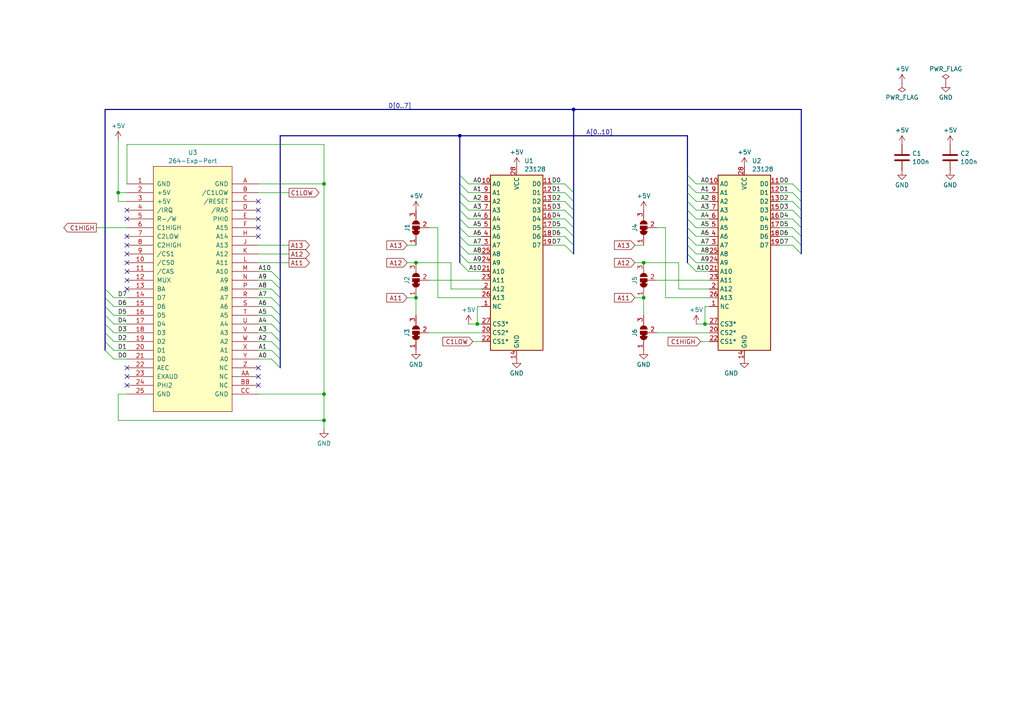
<source format=kicad_sch>
(kicad_sch (version 20230121) (generator eeschema)

  (uuid 7006651b-1f52-4ff6-87a6-d875cc82c860)

  (paper "A4")

  (title_block
    (title "C264Cart - Artwork No. 310189 Replica")
    (date "2023-11-13")
    (rev "1")
    (company "www.hackup.net")
    (comment 1 "Creative Commons Attribution-NonCommercial-ShareAlike 4.0 International License.")
    (comment 2 "This work is licensed under a")
    (comment 4 "Replica Commodore Cartridge PCB for C16 and Plus/4, Artwork No. 310189 Rev.1")
  )

  (lib_symbols
    (symbol "C264Cart:23128" (in_bom yes) (on_board yes)
      (property "Reference" "U" (at -7.62 26.67 0)
        (effects (font (size 1.27 1.27)))
      )
      (property "Value" "23128" (at 2.54 -26.67 0)
        (effects (font (size 1.27 1.27)) (justify left))
      )
      (property "Footprint" "Package_DIP:DIP-28_W15.24mm" (at 0 0 0)
        (effects (font (size 1.27 1.27)) hide)
      )
      (property "Datasheet" "" (at 0 0 0)
        (effects (font (size 1.27 1.27)) hide)
      )
      (property "ki_fp_filters" "DIP*W15.24mm*" (at 0 0 0)
        (effects (font (size 1.27 1.27)) hide)
      )
      (symbol "23128_1_1"
        (rectangle (start -7.62 25.4) (end 7.62 -25.4)
          (stroke (width 0.254) (type default))
          (fill (type background))
        )
        (pin input line (at -10.16 -12.7 0) (length 2.54)
          (name "NC" (effects (font (size 1.27 1.27))))
          (number "1" (effects (font (size 1.27 1.27))))
        )
        (pin input line (at -10.16 22.86 0) (length 2.54)
          (name "A0" (effects (font (size 1.27 1.27))))
          (number "10" (effects (font (size 1.27 1.27))))
        )
        (pin tri_state line (at 10.16 22.86 180) (length 2.54)
          (name "D0" (effects (font (size 1.27 1.27))))
          (number "11" (effects (font (size 1.27 1.27))))
        )
        (pin tri_state line (at 10.16 20.32 180) (length 2.54)
          (name "D1" (effects (font (size 1.27 1.27))))
          (number "12" (effects (font (size 1.27 1.27))))
        )
        (pin tri_state line (at 10.16 17.78 180) (length 2.54)
          (name "D2" (effects (font (size 1.27 1.27))))
          (number "13" (effects (font (size 1.27 1.27))))
        )
        (pin power_in line (at 0 -27.94 90) (length 2.54)
          (name "GND" (effects (font (size 1.27 1.27))))
          (number "14" (effects (font (size 1.27 1.27))))
        )
        (pin tri_state line (at 10.16 15.24 180) (length 2.54)
          (name "D3" (effects (font (size 1.27 1.27))))
          (number "15" (effects (font (size 1.27 1.27))))
        )
        (pin tri_state line (at 10.16 12.7 180) (length 2.54)
          (name "D4" (effects (font (size 1.27 1.27))))
          (number "16" (effects (font (size 1.27 1.27))))
        )
        (pin tri_state line (at 10.16 10.16 180) (length 2.54)
          (name "D5" (effects (font (size 1.27 1.27))))
          (number "17" (effects (font (size 1.27 1.27))))
        )
        (pin tri_state line (at 10.16 7.62 180) (length 2.54)
          (name "D6" (effects (font (size 1.27 1.27))))
          (number "18" (effects (font (size 1.27 1.27))))
        )
        (pin tri_state line (at 10.16 5.08 180) (length 2.54)
          (name "D7" (effects (font (size 1.27 1.27))))
          (number "19" (effects (font (size 1.27 1.27))))
        )
        (pin input line (at -10.16 -7.62 0) (length 2.54)
          (name "A12" (effects (font (size 1.27 1.27))))
          (number "2" (effects (font (size 1.27 1.27))))
        )
        (pin input line (at -10.16 -20.32 0) (length 2.54)
          (name "CS2*" (effects (font (size 1.27 1.27))))
          (number "20" (effects (font (size 1.27 1.27))))
        )
        (pin input line (at -10.16 -2.54 0) (length 2.54)
          (name "A10" (effects (font (size 1.27 1.27))))
          (number "21" (effects (font (size 1.27 1.27))))
        )
        (pin input line (at -10.16 -22.86 0) (length 2.54)
          (name "CS1*" (effects (font (size 1.27 1.27))))
          (number "22" (effects (font (size 1.27 1.27))))
        )
        (pin input line (at -10.16 -5.08 0) (length 2.54)
          (name "A11" (effects (font (size 1.27 1.27))))
          (number "23" (effects (font (size 1.27 1.27))))
        )
        (pin input line (at -10.16 0 0) (length 2.54)
          (name "A9" (effects (font (size 1.27 1.27))))
          (number "24" (effects (font (size 1.27 1.27))))
        )
        (pin input line (at -10.16 2.54 0) (length 2.54)
          (name "A8" (effects (font (size 1.27 1.27))))
          (number "25" (effects (font (size 1.27 1.27))))
        )
        (pin input line (at -10.16 -10.16 0) (length 2.54)
          (name "A13" (effects (font (size 1.27 1.27))))
          (number "26" (effects (font (size 1.27 1.27))))
        )
        (pin input line (at -10.16 -17.78 0) (length 2.54)
          (name "CS3*" (effects (font (size 1.27 1.27))))
          (number "27" (effects (font (size 1.27 1.27))))
        )
        (pin power_in line (at 0 27.94 270) (length 2.54)
          (name "VCC" (effects (font (size 1.27 1.27))))
          (number "28" (effects (font (size 1.27 1.27))))
        )
        (pin input line (at -10.16 5.08 0) (length 2.54)
          (name "A7" (effects (font (size 1.27 1.27))))
          (number "3" (effects (font (size 1.27 1.27))))
        )
        (pin input line (at -10.16 7.62 0) (length 2.54)
          (name "A6" (effects (font (size 1.27 1.27))))
          (number "4" (effects (font (size 1.27 1.27))))
        )
        (pin input line (at -10.16 10.16 0) (length 2.54)
          (name "A5" (effects (font (size 1.27 1.27))))
          (number "5" (effects (font (size 1.27 1.27))))
        )
        (pin input line (at -10.16 12.7 0) (length 2.54)
          (name "A4" (effects (font (size 1.27 1.27))))
          (number "6" (effects (font (size 1.27 1.27))))
        )
        (pin input line (at -10.16 15.24 0) (length 2.54)
          (name "A3" (effects (font (size 1.27 1.27))))
          (number "7" (effects (font (size 1.27 1.27))))
        )
        (pin input line (at -10.16 17.78 0) (length 2.54)
          (name "A2" (effects (font (size 1.27 1.27))))
          (number "8" (effects (font (size 1.27 1.27))))
        )
        (pin input line (at -10.16 20.32 0) (length 2.54)
          (name "A1" (effects (font (size 1.27 1.27))))
          (number "9" (effects (font (size 1.27 1.27))))
        )
      )
    )
    (symbol "Device:C" (pin_numbers hide) (pin_names (offset 0.254)) (in_bom yes) (on_board yes)
      (property "Reference" "C" (at 0.635 2.54 0)
        (effects (font (size 1.27 1.27)) (justify left))
      )
      (property "Value" "C" (at 0.635 -2.54 0)
        (effects (font (size 1.27 1.27)) (justify left))
      )
      (property "Footprint" "" (at 0.9652 -3.81 0)
        (effects (font (size 1.27 1.27)) hide)
      )
      (property "Datasheet" "~" (at 0 0 0)
        (effects (font (size 1.27 1.27)) hide)
      )
      (property "ki_keywords" "cap capacitor" (at 0 0 0)
        (effects (font (size 1.27 1.27)) hide)
      )
      (property "ki_description" "Unpolarized capacitor" (at 0 0 0)
        (effects (font (size 1.27 1.27)) hide)
      )
      (property "ki_fp_filters" "C_*" (at 0 0 0)
        (effects (font (size 1.27 1.27)) hide)
      )
      (symbol "C_0_1"
        (polyline
          (pts
            (xy -2.032 -0.762)
            (xy 2.032 -0.762)
          )
          (stroke (width 0.508) (type default))
          (fill (type none))
        )
        (polyline
          (pts
            (xy -2.032 0.762)
            (xy 2.032 0.762)
          )
          (stroke (width 0.508) (type default))
          (fill (type none))
        )
      )
      (symbol "C_1_1"
        (pin passive line (at 0 3.81 270) (length 2.794)
          (name "~" (effects (font (size 1.27 1.27))))
          (number "1" (effects (font (size 1.27 1.27))))
        )
        (pin passive line (at 0 -3.81 90) (length 2.794)
          (name "~" (effects (font (size 1.27 1.27))))
          (number "2" (effects (font (size 1.27 1.27))))
        )
      )
    )
    (symbol "Jumper:SolderJumper_3_Bridged12" (pin_names (offset 0) hide) (in_bom yes) (on_board yes)
      (property "Reference" "JP" (at -2.54 -2.54 0)
        (effects (font (size 1.27 1.27)))
      )
      (property "Value" "SolderJumper_3_Bridged12" (at 0 2.794 0)
        (effects (font (size 1.27 1.27)))
      )
      (property "Footprint" "" (at 0 0 0)
        (effects (font (size 1.27 1.27)) hide)
      )
      (property "Datasheet" "~" (at 0 0 0)
        (effects (font (size 1.27 1.27)) hide)
      )
      (property "ki_keywords" "Solder Jumper SPDT" (at 0 0 0)
        (effects (font (size 1.27 1.27)) hide)
      )
      (property "ki_description" "3-pole Solder Jumper, pins 1+2 closed/bridged" (at 0 0 0)
        (effects (font (size 1.27 1.27)) hide)
      )
      (property "ki_fp_filters" "SolderJumper*Bridged12*" (at 0 0 0)
        (effects (font (size 1.27 1.27)) hide)
      )
      (symbol "SolderJumper_3_Bridged12_0_1"
        (rectangle (start -1.016 0.508) (end -0.508 -0.508)
          (stroke (width 0) (type default))
          (fill (type outline))
        )
        (arc (start -1.016 1.016) (mid -2.0276 0) (end -1.016 -1.016)
          (stroke (width 0) (type default))
          (fill (type none))
        )
        (arc (start -1.016 1.016) (mid -2.0276 0) (end -1.016 -1.016)
          (stroke (width 0) (type default))
          (fill (type outline))
        )
        (rectangle (start -0.508 1.016) (end 0.508 -1.016)
          (stroke (width 0) (type default))
          (fill (type outline))
        )
        (polyline
          (pts
            (xy -2.54 0)
            (xy -2.032 0)
          )
          (stroke (width 0) (type default))
          (fill (type none))
        )
        (polyline
          (pts
            (xy -1.016 1.016)
            (xy -1.016 -1.016)
          )
          (stroke (width 0) (type default))
          (fill (type none))
        )
        (polyline
          (pts
            (xy 0 -1.27)
            (xy 0 -1.016)
          )
          (stroke (width 0) (type default))
          (fill (type none))
        )
        (polyline
          (pts
            (xy 1.016 1.016)
            (xy 1.016 -1.016)
          )
          (stroke (width 0) (type default))
          (fill (type none))
        )
        (polyline
          (pts
            (xy 2.54 0)
            (xy 2.032 0)
          )
          (stroke (width 0) (type default))
          (fill (type none))
        )
        (arc (start 1.016 -1.016) (mid 2.0276 0) (end 1.016 1.016)
          (stroke (width 0) (type default))
          (fill (type none))
        )
        (arc (start 1.016 -1.016) (mid 2.0276 0) (end 1.016 1.016)
          (stroke (width 0) (type default))
          (fill (type outline))
        )
      )
      (symbol "SolderJumper_3_Bridged12_1_1"
        (pin passive line (at -5.08 0 0) (length 2.54)
          (name "A" (effects (font (size 1.27 1.27))))
          (number "1" (effects (font (size 1.27 1.27))))
        )
        (pin passive line (at 0 -3.81 90) (length 2.54)
          (name "C" (effects (font (size 1.27 1.27))))
          (number "2" (effects (font (size 1.27 1.27))))
        )
        (pin passive line (at 5.08 0 180) (length 2.54)
          (name "B" (effects (font (size 1.27 1.27))))
          (number "3" (effects (font (size 1.27 1.27))))
        )
      )
    )
    (symbol "hackup:264-Exp-Port" (pin_names (offset 1.016)) (in_bom yes) (on_board yes)
      (property "Reference" "U" (at 0 -2.54 0)
        (effects (font (size 1.27 1.27)))
      )
      (property "Value" "264-Exp-Port" (at 0 -40.64 0)
        (effects (font (size 1.27 1.27)))
      )
      (property "Footprint" "MODULE" (at 0 -43.18 0)
        (effects (font (size 1.27 1.27)) hide)
      )
      (property "Datasheet" "" (at 0 -39.37 0)
        (effects (font (size 1.27 1.27)) hide)
      )
      (symbol "264-Exp-Port_0_1"
        (rectangle (start -11.43 31.75) (end 11.43 -39.37)
          (stroke (width 0) (type default))
          (fill (type background))
        )
      )
      (symbol "264-Exp-Port_1_1"
        (pin power_in line (at -19.05 26.67 0) (length 7.62)
          (name "GND" (effects (font (size 1.27 1.27))))
          (number "1" (effects (font (size 1.27 1.27))))
        )
        (pin passive line (at -19.05 3.81 0) (length 7.62)
          (name "/CS0" (effects (font (size 1.27 1.27))))
          (number "10" (effects (font (size 1.27 1.27))))
        )
        (pin passive line (at -19.05 1.27 0) (length 7.62)
          (name "/CAS" (effects (font (size 1.27 1.27))))
          (number "11" (effects (font (size 1.27 1.27))))
        )
        (pin passive line (at -19.05 -1.27 0) (length 7.62)
          (name "MUX" (effects (font (size 1.27 1.27))))
          (number "12" (effects (font (size 1.27 1.27))))
        )
        (pin passive line (at -19.05 -3.81 0) (length 7.62)
          (name "BA" (effects (font (size 1.27 1.27))))
          (number "13" (effects (font (size 1.27 1.27))))
        )
        (pin passive line (at -19.05 -6.35 0) (length 7.62)
          (name "D7" (effects (font (size 1.27 1.27))))
          (number "14" (effects (font (size 1.27 1.27))))
        )
        (pin passive line (at -19.05 -8.89 0) (length 7.62)
          (name "D6" (effects (font (size 1.27 1.27))))
          (number "15" (effects (font (size 1.27 1.27))))
        )
        (pin passive line (at -19.05 -11.43 0) (length 7.62)
          (name "D5" (effects (font (size 1.27 1.27))))
          (number "16" (effects (font (size 1.27 1.27))))
        )
        (pin passive line (at -19.05 -13.97 0) (length 7.62)
          (name "D4" (effects (font (size 1.27 1.27))))
          (number "17" (effects (font (size 1.27 1.27))))
        )
        (pin passive line (at -19.05 -16.51 0) (length 7.62)
          (name "D3" (effects (font (size 1.27 1.27))))
          (number "18" (effects (font (size 1.27 1.27))))
        )
        (pin passive line (at -19.05 -19.05 0) (length 7.62)
          (name "D2" (effects (font (size 1.27 1.27))))
          (number "19" (effects (font (size 1.27 1.27))))
        )
        (pin power_in line (at -19.05 24.13 0) (length 7.62)
          (name "+5V" (effects (font (size 1.27 1.27))))
          (number "2" (effects (font (size 1.27 1.27))))
        )
        (pin passive line (at -19.05 -21.59 0) (length 7.62)
          (name "D1" (effects (font (size 1.27 1.27))))
          (number "20" (effects (font (size 1.27 1.27))))
        )
        (pin passive line (at -19.05 -24.13 0) (length 7.62)
          (name "D0" (effects (font (size 1.27 1.27))))
          (number "21" (effects (font (size 1.27 1.27))))
        )
        (pin passive line (at -19.05 -26.67 0) (length 7.62)
          (name "AEC" (effects (font (size 1.27 1.27))))
          (number "22" (effects (font (size 1.27 1.27))))
        )
        (pin passive line (at -19.05 -29.21 0) (length 7.62)
          (name "EXAUD" (effects (font (size 1.27 1.27))))
          (number "23" (effects (font (size 1.27 1.27))))
        )
        (pin passive line (at -19.05 -31.75 0) (length 7.62)
          (name "PHI2" (effects (font (size 1.27 1.27))))
          (number "24" (effects (font (size 1.27 1.27))))
        )
        (pin power_in line (at -19.05 -34.29 0) (length 7.62)
          (name "GND" (effects (font (size 1.27 1.27))))
          (number "25" (effects (font (size 1.27 1.27))))
        )
        (pin power_in line (at -19.05 21.59 0) (length 7.62)
          (name "+5V" (effects (font (size 1.27 1.27))))
          (number "3" (effects (font (size 1.27 1.27))))
        )
        (pin passive line (at -19.05 19.05 0) (length 7.62)
          (name "/IRQ" (effects (font (size 1.27 1.27))))
          (number "4" (effects (font (size 1.27 1.27))))
        )
        (pin passive line (at -19.05 16.51 0) (length 7.62)
          (name "R-/W" (effects (font (size 1.27 1.27))))
          (number "5" (effects (font (size 1.27 1.27))))
        )
        (pin passive line (at -19.05 13.97 0) (length 7.62)
          (name "C1HIGH" (effects (font (size 1.27 1.27))))
          (number "6" (effects (font (size 1.27 1.27))))
        )
        (pin passive line (at -19.05 11.43 0) (length 7.62)
          (name "C2LOW" (effects (font (size 1.27 1.27))))
          (number "7" (effects (font (size 1.27 1.27))))
        )
        (pin passive line (at -19.05 8.89 0) (length 7.62)
          (name "C2HIGH" (effects (font (size 1.27 1.27))))
          (number "8" (effects (font (size 1.27 1.27))))
        )
        (pin passive line (at -19.05 6.35 0) (length 7.62)
          (name "/CS1" (effects (font (size 1.27 1.27))))
          (number "9" (effects (font (size 1.27 1.27))))
        )
        (pin power_in line (at 19.05 26.67 180) (length 7.62)
          (name "GND" (effects (font (size 1.27 1.27))))
          (number "A" (effects (font (size 1.27 1.27))))
        )
        (pin passive line (at 19.05 -29.21 180) (length 7.62)
          (name "NC" (effects (font (size 1.27 1.27))))
          (number "AA" (effects (font (size 1.27 1.27))))
        )
        (pin passive line (at 19.05 24.13 180) (length 7.62)
          (name "/C1LOW" (effects (font (size 1.27 1.27))))
          (number "B" (effects (font (size 1.27 1.27))))
        )
        (pin passive line (at 19.05 -31.75 180) (length 7.62)
          (name "NC" (effects (font (size 1.27 1.27))))
          (number "BB" (effects (font (size 1.27 1.27))))
        )
        (pin passive line (at 19.05 21.59 180) (length 7.62)
          (name "/RESET" (effects (font (size 1.27 1.27))))
          (number "C" (effects (font (size 1.27 1.27))))
        )
        (pin power_in line (at 19.05 -34.29 180) (length 7.62)
          (name "GND" (effects (font (size 1.27 1.27))))
          (number "CC" (effects (font (size 1.27 1.27))))
        )
        (pin passive line (at 19.05 19.05 180) (length 7.62)
          (name "/RAS" (effects (font (size 1.27 1.27))))
          (number "D" (effects (font (size 1.27 1.27))))
        )
        (pin passive line (at 19.05 16.51 180) (length 7.62)
          (name "PHI0" (effects (font (size 1.27 1.27))))
          (number "E" (effects (font (size 1.27 1.27))))
        )
        (pin passive line (at 19.05 13.97 180) (length 7.62)
          (name "A15" (effects (font (size 1.27 1.27))))
          (number "F" (effects (font (size 1.27 1.27))))
        )
        (pin passive line (at 19.05 11.43 180) (length 7.62)
          (name "A14" (effects (font (size 1.27 1.27))))
          (number "H" (effects (font (size 1.27 1.27))))
        )
        (pin passive line (at 19.05 8.89 180) (length 7.62)
          (name "A13" (effects (font (size 1.27 1.27))))
          (number "J" (effects (font (size 1.27 1.27))))
        )
        (pin passive line (at 19.05 6.35 180) (length 7.62)
          (name "A12" (effects (font (size 1.27 1.27))))
          (number "K" (effects (font (size 1.27 1.27))))
        )
        (pin passive line (at 19.05 3.81 180) (length 7.62)
          (name "A11" (effects (font (size 1.27 1.27))))
          (number "L" (effects (font (size 1.27 1.27))))
        )
        (pin passive line (at 19.05 1.27 180) (length 7.62)
          (name "A10" (effects (font (size 1.27 1.27))))
          (number "M" (effects (font (size 1.27 1.27))))
        )
        (pin passive line (at 19.05 -1.27 180) (length 7.62)
          (name "A9" (effects (font (size 1.27 1.27))))
          (number "N" (effects (font (size 1.27 1.27))))
        )
        (pin passive line (at 19.05 -3.81 180) (length 7.62)
          (name "A8" (effects (font (size 1.27 1.27))))
          (number "P" (effects (font (size 1.27 1.27))))
        )
        (pin passive line (at 19.05 -6.35 180) (length 7.62)
          (name "A7" (effects (font (size 1.27 1.27))))
          (number "R" (effects (font (size 1.27 1.27))))
        )
        (pin passive line (at 19.05 -8.89 180) (length 7.62)
          (name "A6" (effects (font (size 1.27 1.27))))
          (number "S" (effects (font (size 1.27 1.27))))
        )
        (pin passive line (at 19.05 -11.43 180) (length 7.62)
          (name "A5" (effects (font (size 1.27 1.27))))
          (number "T" (effects (font (size 1.27 1.27))))
        )
        (pin passive line (at 19.05 -13.97 180) (length 7.62)
          (name "A4" (effects (font (size 1.27 1.27))))
          (number "U" (effects (font (size 1.27 1.27))))
        )
        (pin passive line (at 19.05 -16.51 180) (length 7.62)
          (name "A3" (effects (font (size 1.27 1.27))))
          (number "V" (effects (font (size 1.27 1.27))))
        )
        (pin passive line (at 19.05 -19.05 180) (length 7.62)
          (name "A2" (effects (font (size 1.27 1.27))))
          (number "W" (effects (font (size 1.27 1.27))))
        )
        (pin passive line (at 19.05 -21.59 180) (length 7.62)
          (name "A1" (effects (font (size 1.27 1.27))))
          (number "X" (effects (font (size 1.27 1.27))))
        )
        (pin passive line (at 19.05 -24.13 180) (length 7.62)
          (name "A0" (effects (font (size 1.27 1.27))))
          (number "Y" (effects (font (size 1.27 1.27))))
        )
        (pin passive line (at 19.05 -26.67 180) (length 7.62)
          (name "NC" (effects (font (size 1.27 1.27))))
          (number "Z" (effects (font (size 1.27 1.27))))
        )
      )
    )
    (symbol "power:+5V" (power) (pin_names (offset 0)) (in_bom yes) (on_board yes)
      (property "Reference" "#PWR" (at 0 -3.81 0)
        (effects (font (size 1.27 1.27)) hide)
      )
      (property "Value" "+5V" (at 0 3.556 0)
        (effects (font (size 1.27 1.27)))
      )
      (property "Footprint" "" (at 0 0 0)
        (effects (font (size 1.27 1.27)) hide)
      )
      (property "Datasheet" "" (at 0 0 0)
        (effects (font (size 1.27 1.27)) hide)
      )
      (property "ki_keywords" "global power" (at 0 0 0)
        (effects (font (size 1.27 1.27)) hide)
      )
      (property "ki_description" "Power symbol creates a global label with name \"+5V\"" (at 0 0 0)
        (effects (font (size 1.27 1.27)) hide)
      )
      (symbol "+5V_0_1"
        (polyline
          (pts
            (xy -0.762 1.27)
            (xy 0 2.54)
          )
          (stroke (width 0) (type default))
          (fill (type none))
        )
        (polyline
          (pts
            (xy 0 0)
            (xy 0 2.54)
          )
          (stroke (width 0) (type default))
          (fill (type none))
        )
        (polyline
          (pts
            (xy 0 2.54)
            (xy 0.762 1.27)
          )
          (stroke (width 0) (type default))
          (fill (type none))
        )
      )
      (symbol "+5V_1_1"
        (pin power_in line (at 0 0 90) (length 0) hide
          (name "+5V" (effects (font (size 1.27 1.27))))
          (number "1" (effects (font (size 1.27 1.27))))
        )
      )
    )
    (symbol "power:GND" (power) (pin_names (offset 0)) (in_bom yes) (on_board yes)
      (property "Reference" "#PWR" (at 0 -6.35 0)
        (effects (font (size 1.27 1.27)) hide)
      )
      (property "Value" "GND" (at 0 -3.81 0)
        (effects (font (size 1.27 1.27)))
      )
      (property "Footprint" "" (at 0 0 0)
        (effects (font (size 1.27 1.27)) hide)
      )
      (property "Datasheet" "" (at 0 0 0)
        (effects (font (size 1.27 1.27)) hide)
      )
      (property "ki_keywords" "global power" (at 0 0 0)
        (effects (font (size 1.27 1.27)) hide)
      )
      (property "ki_description" "Power symbol creates a global label with name \"GND\" , ground" (at 0 0 0)
        (effects (font (size 1.27 1.27)) hide)
      )
      (symbol "GND_0_1"
        (polyline
          (pts
            (xy 0 0)
            (xy 0 -1.27)
            (xy 1.27 -1.27)
            (xy 0 -2.54)
            (xy -1.27 -1.27)
            (xy 0 -1.27)
          )
          (stroke (width 0) (type default))
          (fill (type none))
        )
      )
      (symbol "GND_1_1"
        (pin power_in line (at 0 0 270) (length 0) hide
          (name "GND" (effects (font (size 1.27 1.27))))
          (number "1" (effects (font (size 1.27 1.27))))
        )
      )
    )
    (symbol "power:PWR_FLAG" (power) (pin_numbers hide) (pin_names (offset 0) hide) (in_bom yes) (on_board yes)
      (property "Reference" "#FLG" (at 0 1.905 0)
        (effects (font (size 1.27 1.27)) hide)
      )
      (property "Value" "PWR_FLAG" (at 0 3.81 0)
        (effects (font (size 1.27 1.27)))
      )
      (property "Footprint" "" (at 0 0 0)
        (effects (font (size 1.27 1.27)) hide)
      )
      (property "Datasheet" "~" (at 0 0 0)
        (effects (font (size 1.27 1.27)) hide)
      )
      (property "ki_keywords" "flag power" (at 0 0 0)
        (effects (font (size 1.27 1.27)) hide)
      )
      (property "ki_description" "Special symbol for telling ERC where power comes from" (at 0 0 0)
        (effects (font (size 1.27 1.27)) hide)
      )
      (symbol "PWR_FLAG_0_0"
        (pin power_out line (at 0 0 90) (length 0)
          (name "pwr" (effects (font (size 1.27 1.27))))
          (number "1" (effects (font (size 1.27 1.27))))
        )
      )
      (symbol "PWR_FLAG_0_1"
        (polyline
          (pts
            (xy 0 0)
            (xy 0 1.27)
            (xy -1.016 1.905)
            (xy 0 2.54)
            (xy 1.016 1.905)
            (xy 0 1.27)
          )
          (stroke (width 0) (type default))
          (fill (type none))
        )
      )
    )
  )

  (junction (at 166.37 31.75) (diameter 0) (color 0 0 0 0)
    (uuid 1b37006d-16cc-4c8f-9346-84dde4027199)
  )
  (junction (at 120.65 86.36) (diameter 0) (color 0 0 0 0)
    (uuid 6199fc03-ce51-435c-8a07-31f4b975e328)
  )
  (junction (at 34.29 55.88) (diameter 0) (color 0 0 0 0)
    (uuid 6d350d1e-8f9d-417c-853e-74b6abda3539)
  )
  (junction (at 204.47 93.98) (diameter 0) (color 0 0 0 0)
    (uuid 7b482f45-a3dd-42ea-b198-c3b2363ec003)
  )
  (junction (at 133.35 39.37) (diameter 0) (color 0 0 0 0)
    (uuid 9c45db36-b6c5-4bcf-97c6-cc1bfe87d2b2)
  )
  (junction (at 93.98 114.3) (diameter 0) (color 0 0 0 0)
    (uuid aa256c78-2fd7-4935-b841-8a93594e4c3b)
  )
  (junction (at 186.69 76.2) (diameter 0) (color 0 0 0 0)
    (uuid b76f62a3-2370-4aed-a65e-27633872e128)
  )
  (junction (at 138.43 93.98) (diameter 0) (color 0 0 0 0)
    (uuid c8fba8f9-099c-4878-990d-40f711015d09)
  )
  (junction (at 186.69 86.36) (diameter 0) (color 0 0 0 0)
    (uuid de189289-decd-49ee-bfad-18ec8109778a)
  )
  (junction (at 93.98 121.92) (diameter 0) (color 0 0 0 0)
    (uuid e2115e1a-8450-4674-a834-c8ff9e48197c)
  )
  (junction (at 120.65 76.2) (diameter 0) (color 0 0 0 0)
    (uuid e478a5d2-1b51-46f8-bfd7-267d6fefdcf0)
  )
  (junction (at 93.98 53.34) (diameter 0) (color 0 0 0 0)
    (uuid ee4ef61e-bc95-4261-9b45-35ae081ee79b)
  )

  (no_connect (at 36.83 83.82) (uuid 0a767ecb-e679-4b29-b1d7-29ad844dfcea))
  (no_connect (at 74.93 66.04) (uuid 0f158e5b-3b5b-4f97-9f57-947fac430c6d))
  (no_connect (at 36.83 68.58) (uuid 126494ce-fc12-4a6f-a977-e644dae60aac))
  (no_connect (at 36.83 76.2) (uuid 12844869-51d6-46e0-a46a-c97a2a317176))
  (no_connect (at 74.93 109.22) (uuid 46d64fba-a732-4005-bc45-b66905bd6b32))
  (no_connect (at 74.93 68.58) (uuid 63978cac-1c04-44ab-8234-4edd4df7e9e8))
  (no_connect (at 36.83 63.5) (uuid 7b335ed3-ae6f-4e45-b1f7-71935c0cb935))
  (no_connect (at 36.83 60.96) (uuid 975a0055-410c-4514-96d1-5a16b192851a))
  (no_connect (at 74.93 111.76) (uuid 99f83542-02d9-4b6e-836c-0f4643b7ca9f))
  (no_connect (at 36.83 81.28) (uuid ac722518-664d-4bfa-a8c7-39990f1f785a))
  (no_connect (at 36.83 73.66) (uuid ac7aac04-bfc4-4ae4-becb-5dbefd26c18b))
  (no_connect (at 74.93 60.96) (uuid bc76fd38-afb1-4615-8b84-344b65f678f5))
  (no_connect (at 36.83 111.76) (uuid be67747b-451f-4bf9-82f2-68a825a79104))
  (no_connect (at 74.93 63.5) (uuid cda066d7-d712-49b9-89b8-f69f76dcf5ff))
  (no_connect (at 74.93 58.42) (uuid df3bc263-61c1-4199-9d77-3c4aa57a4cd2))
  (no_connect (at 36.83 78.74) (uuid e840f1e9-0769-4de5-bfd6-ee254db79fb4))
  (no_connect (at 36.83 106.68) (uuid f12fdc96-d7f3-4d28-9b05-15751ec91c5d))
  (no_connect (at 74.93 106.68) (uuid f6e0d725-6b10-4e47-bc03-6181e067b08b))
  (no_connect (at 36.83 109.22) (uuid f87db57b-d347-4013-b8f2-5741ef10d326))
  (no_connect (at 36.83 71.12) (uuid fdd38433-8222-4c44-93f9-4a91aface07a))

  (bus_entry (at 30.48 99.06) (size 2.54 2.54)
    (stroke (width 0) (type default))
    (uuid 00293dc1-dd42-4652-9a67-74cc358f2738)
  )
  (bus_entry (at 133.35 63.5) (size 2.54 2.54)
    (stroke (width 0) (type default))
    (uuid 01c23754-9d8d-4af3-8bfc-db4d29dc6bd4)
  )
  (bus_entry (at 133.35 50.8) (size 2.54 2.54)
    (stroke (width 0) (type default))
    (uuid 026099f4-6dfe-4efa-aa21-a2a397f95d94)
  )
  (bus_entry (at 163.83 66.04) (size 2.54 2.54)
    (stroke (width 0) (type default))
    (uuid 0481b3b1-cf4f-4464-a251-bf3874788da8)
  )
  (bus_entry (at 133.35 58.42) (size 2.54 2.54)
    (stroke (width 0) (type default))
    (uuid 0739d24d-4ad5-49ed-80fc-137591d05951)
  )
  (bus_entry (at 199.39 53.34) (size 2.54 2.54)
    (stroke (width 0) (type default))
    (uuid 0c6bebc4-cd9a-4bd4-9efb-9f7774c2f787)
  )
  (bus_entry (at 133.35 68.58) (size 2.54 2.54)
    (stroke (width 0) (type default))
    (uuid 1a5ecb94-770f-4bb0-8168-f465a4939a07)
  )
  (bus_entry (at 30.48 83.82) (size 2.54 2.54)
    (stroke (width 0) (type default))
    (uuid 1acaf4e0-41ef-445b-9478-5748a06ec465)
  )
  (bus_entry (at 199.39 73.66) (size 2.54 2.54)
    (stroke (width 0) (type default))
    (uuid 252ad368-20d3-4436-94ee-6b3421df3499)
  )
  (bus_entry (at 199.39 50.8) (size 2.54 2.54)
    (stroke (width 0) (type default))
    (uuid 2ba7f16f-c8b1-4b4c-81b7-eadc62659f43)
  )
  (bus_entry (at 30.48 88.9) (size 2.54 2.54)
    (stroke (width 0) (type default))
    (uuid 2bb067ee-d7e4-4ae8-b324-2920b51262fe)
  )
  (bus_entry (at 163.83 53.34) (size 2.54 2.54)
    (stroke (width 0) (type default))
    (uuid 2d7df8b9-1112-498b-be5f-acc4625545b0)
  )
  (bus_entry (at 78.74 83.82) (size 2.54 2.54)
    (stroke (width 0) (type default))
    (uuid 31d0139c-008e-4f98-9f44-8bb634a9b31f)
  )
  (bus_entry (at 229.87 55.88) (size 2.54 2.54)
    (stroke (width 0) (type default))
    (uuid 36ca9cf6-843b-48fd-84c7-3ae53f1a7cc7)
  )
  (bus_entry (at 229.87 63.5) (size 2.54 2.54)
    (stroke (width 0) (type default))
    (uuid 3974a560-2c31-47ef-8739-5097ad9b8617)
  )
  (bus_entry (at 30.48 93.98) (size 2.54 2.54)
    (stroke (width 0) (type default))
    (uuid 3a7ddc65-f8bd-432a-817c-133a502d9211)
  )
  (bus_entry (at 30.48 91.44) (size 2.54 2.54)
    (stroke (width 0) (type default))
    (uuid 3bd07cb5-9b0a-4b8f-8b55-67a5ab9a7be5)
  )
  (bus_entry (at 229.87 53.34) (size 2.54 2.54)
    (stroke (width 0) (type default))
    (uuid 408a9509-64d3-4960-a066-7c2d35af13af)
  )
  (bus_entry (at 133.35 76.2) (size 2.54 2.54)
    (stroke (width 0) (type default))
    (uuid 4367d03d-6ba7-4edd-9e12-911f26c593ee)
  )
  (bus_entry (at 199.39 58.42) (size 2.54 2.54)
    (stroke (width 0) (type default))
    (uuid 4530c5eb-894d-4ed9-a30d-f6be4a881864)
  )
  (bus_entry (at 163.83 63.5) (size 2.54 2.54)
    (stroke (width 0) (type default))
    (uuid 491b8d6c-be79-4074-a3fa-e758518ad3fd)
  )
  (bus_entry (at 133.35 71.12) (size 2.54 2.54)
    (stroke (width 0) (type default))
    (uuid 49ffb31f-8c26-4072-b312-d64bbee70b3e)
  )
  (bus_entry (at 30.48 101.6) (size 2.54 2.54)
    (stroke (width 0) (type default))
    (uuid 4af099a4-057d-4df7-915e-dd0672e6035a)
  )
  (bus_entry (at 163.83 60.96) (size 2.54 2.54)
    (stroke (width 0) (type default))
    (uuid 4bd52120-1163-4e49-8937-722d6be876f3)
  )
  (bus_entry (at 133.35 60.96) (size 2.54 2.54)
    (stroke (width 0) (type default))
    (uuid 4f25cafd-d09f-415e-b73c-a03ea3b33b9d)
  )
  (bus_entry (at 78.74 81.28) (size 2.54 2.54)
    (stroke (width 0) (type default))
    (uuid 5bad340d-4a03-4e38-8d34-dc220c031537)
  )
  (bus_entry (at 199.39 68.58) (size 2.54 2.54)
    (stroke (width 0) (type default))
    (uuid 616b8dd4-4caa-424e-ae28-1c12dae80396)
  )
  (bus_entry (at 229.87 71.12) (size 2.54 2.54)
    (stroke (width 0) (type default))
    (uuid 62217937-1a12-4cf6-8f69-df2b57fbf452)
  )
  (bus_entry (at 229.87 66.04) (size 2.54 2.54)
    (stroke (width 0) (type default))
    (uuid 65fcb159-21bd-40e3-b6b1-e47f3c369e90)
  )
  (bus_entry (at 163.83 55.88) (size 2.54 2.54)
    (stroke (width 0) (type default))
    (uuid 7910fed6-319f-4ff1-9b58-871fce159a71)
  )
  (bus_entry (at 78.74 78.74) (size 2.54 2.54)
    (stroke (width 0) (type default))
    (uuid 7de058c8-b9ba-4bd9-aa54-b190be83957f)
  )
  (bus_entry (at 163.83 71.12) (size 2.54 2.54)
    (stroke (width 0) (type default))
    (uuid 7f432589-6afa-4760-997e-5b604cc57f8c)
  )
  (bus_entry (at 199.39 76.2) (size 2.54 2.54)
    (stroke (width 0) (type default))
    (uuid 81b7d34c-2c28-47d8-98d7-e52aad525d8e)
  )
  (bus_entry (at 163.83 68.58) (size 2.54 2.54)
    (stroke (width 0) (type default))
    (uuid 88ebc3f2-fc6c-430b-aace-676f8f19aa93)
  )
  (bus_entry (at 78.74 101.6) (size 2.54 2.54)
    (stroke (width 0) (type default))
    (uuid 8940a6cc-13ee-4122-9b23-6e3fb899e3ea)
  )
  (bus_entry (at 78.74 88.9) (size 2.54 2.54)
    (stroke (width 0) (type default))
    (uuid 9243c254-15d5-4626-8337-164cceea165a)
  )
  (bus_entry (at 78.74 99.06) (size 2.54 2.54)
    (stroke (width 0) (type default))
    (uuid 9ab98696-0656-41e4-bbc4-4beb65ef50a0)
  )
  (bus_entry (at 229.87 58.42) (size 2.54 2.54)
    (stroke (width 0) (type default))
    (uuid 9b7c320d-0ddd-4c8b-9caa-737e5a684bd4)
  )
  (bus_entry (at 199.39 66.04) (size 2.54 2.54)
    (stroke (width 0) (type default))
    (uuid a1e424c4-a202-47ea-a96a-e944b5a177da)
  )
  (bus_entry (at 78.74 93.98) (size 2.54 2.54)
    (stroke (width 0) (type default))
    (uuid b813be51-807c-4c63-bfc6-6b2b53761b97)
  )
  (bus_entry (at 133.35 73.66) (size 2.54 2.54)
    (stroke (width 0) (type default))
    (uuid bafe760f-f6b4-44b9-857e-885019b0f7b9)
  )
  (bus_entry (at 133.35 53.34) (size 2.54 2.54)
    (stroke (width 0) (type default))
    (uuid c4d13713-95ce-4f15-995e-52282ba5ed26)
  )
  (bus_entry (at 30.48 86.36) (size 2.54 2.54)
    (stroke (width 0) (type default))
    (uuid c64dd8ce-6ccb-4a41-80c9-745ba92994df)
  )
  (bus_entry (at 163.83 58.42) (size 2.54 2.54)
    (stroke (width 0) (type default))
    (uuid ca79a607-9c2c-463a-a7fc-3716f627b548)
  )
  (bus_entry (at 78.74 86.36) (size 2.54 2.54)
    (stroke (width 0) (type default))
    (uuid cb7d2f3d-1692-4643-868b-68a6db50e216)
  )
  (bus_entry (at 133.35 66.04) (size 2.54 2.54)
    (stroke (width 0) (type default))
    (uuid cc47a03b-cd6b-4d48-828f-9cc4fa404c3b)
  )
  (bus_entry (at 78.74 104.14) (size 2.54 2.54)
    (stroke (width 0) (type default))
    (uuid cf1bc1ef-e6cc-4d6a-9239-60565aebe55b)
  )
  (bus_entry (at 199.39 60.96) (size 2.54 2.54)
    (stroke (width 0) (type default))
    (uuid cfb3fe09-0689-4981-a03d-9d9c9d010a39)
  )
  (bus_entry (at 199.39 71.12) (size 2.54 2.54)
    (stroke (width 0) (type default))
    (uuid d1103819-1b74-434b-8a5b-e39eb923617b)
  )
  (bus_entry (at 199.39 55.88) (size 2.54 2.54)
    (stroke (width 0) (type default))
    (uuid dbb1ac2b-d49d-4aaa-822d-fc42b7b09b66)
  )
  (bus_entry (at 229.87 60.96) (size 2.54 2.54)
    (stroke (width 0) (type default))
    (uuid df02ccf1-7cb5-4ca9-ac3b-ae1d90b6703b)
  )
  (bus_entry (at 78.74 96.52) (size 2.54 2.54)
    (stroke (width 0) (type default))
    (uuid e08cc8a3-4745-4163-a833-bfbb8b9e2f90)
  )
  (bus_entry (at 199.39 63.5) (size 2.54 2.54)
    (stroke (width 0) (type default))
    (uuid e9cb23cc-8a17-4b83-82a0-0efea7a0bb1d)
  )
  (bus_entry (at 133.35 55.88) (size 2.54 2.54)
    (stroke (width 0) (type default))
    (uuid ea7bfcfe-3b6d-4437-a4b3-cf578c56f397)
  )
  (bus_entry (at 30.48 96.52) (size 2.54 2.54)
    (stroke (width 0) (type default))
    (uuid eb4c40f8-d48f-42d8-9e3d-a202621e848e)
  )
  (bus_entry (at 78.74 91.44) (size 2.54 2.54)
    (stroke (width 0) (type default))
    (uuid f41e00bd-b48a-4c54-acce-246914444427)
  )
  (bus_entry (at 229.87 68.58) (size 2.54 2.54)
    (stroke (width 0) (type default))
    (uuid f508b9fb-17d4-4d31-8313-f044c1255fd9)
  )

  (wire (pts (xy 201.93 71.12) (xy 205.74 71.12))
    (stroke (width 0) (type default))
    (uuid 016e77c8-8934-447e-80fa-95cf00fd783a)
  )
  (wire (pts (xy 190.5 81.28) (xy 205.74 81.28))
    (stroke (width 0) (type default))
    (uuid 04457c5d-2d11-467c-aabe-aa871f6bff62)
  )
  (wire (pts (xy 74.93 88.9) (xy 78.74 88.9))
    (stroke (width 0) (type default))
    (uuid 066ba959-aa93-4e54-9579-ed30b0177ce5)
  )
  (wire (pts (xy 34.29 55.88) (xy 34.29 58.42))
    (stroke (width 0) (type default))
    (uuid 0758ca04-15c8-4a77-a9dc-a6b3f7f60e77)
  )
  (wire (pts (xy 201.93 76.2) (xy 205.74 76.2))
    (stroke (width 0) (type default))
    (uuid 08a415d0-f099-4d48-abab-cb6e431391ad)
  )
  (bus (pts (xy 166.37 31.75) (xy 232.41 31.75))
    (stroke (width 0) (type default))
    (uuid 09629436-5373-4916-bf58-cfd6bf2af1cd)
  )
  (bus (pts (xy 133.35 73.66) (xy 133.35 76.2))
    (stroke (width 0) (type default))
    (uuid 133d8b08-0eb7-4b9c-8fb2-9812c169a5d6)
  )

  (wire (pts (xy 36.83 41.91) (xy 93.98 41.91))
    (stroke (width 0) (type default))
    (uuid 143c38e7-8549-4f58-b4f4-5f75952b1265)
  )
  (bus (pts (xy 166.37 31.75) (xy 166.37 55.88))
    (stroke (width 0) (type default))
    (uuid 155565e2-af7a-4e89-81e7-778e9c19c192)
  )

  (wire (pts (xy 74.93 55.88) (xy 83.82 55.88))
    (stroke (width 0) (type default))
    (uuid 157707bc-b84a-4ea5-8f16-78c09ba6f549)
  )
  (bus (pts (xy 81.28 101.6) (xy 81.28 99.06))
    (stroke (width 0) (type default))
    (uuid 15db1bd0-d215-404b-8e34-74565b365ec1)
  )

  (wire (pts (xy 118.11 86.36) (xy 120.65 86.36))
    (stroke (width 0) (type default))
    (uuid 1864e8ad-39db-40c4-9c2b-48ee7fe1de64)
  )
  (wire (pts (xy 135.89 60.96) (xy 139.7 60.96))
    (stroke (width 0) (type default))
    (uuid 1952f81a-eade-4b24-b7d9-70e4d5f078fd)
  )
  (bus (pts (xy 232.41 68.58) (xy 232.41 71.12))
    (stroke (width 0) (type default))
    (uuid 198e18c5-c671-4009-ad84-2dfdc5d7f1b9)
  )

  (wire (pts (xy 160.02 55.88) (xy 163.83 55.88))
    (stroke (width 0) (type default))
    (uuid 1b0921ed-102f-4dc3-a141-3e64ba46695b)
  )
  (bus (pts (xy 166.37 60.96) (xy 166.37 63.5))
    (stroke (width 0) (type default))
    (uuid 1b5ed9ce-2515-4538-9ecd-481797a2dd83)
  )

  (wire (pts (xy 135.89 63.5) (xy 139.7 63.5))
    (stroke (width 0) (type default))
    (uuid 1c3070f3-406e-4a41-b9e9-c7d463349804)
  )
  (wire (pts (xy 160.02 58.42) (xy 163.83 58.42))
    (stroke (width 0) (type default))
    (uuid 1f05283e-4f14-436c-8046-608b4f2105d3)
  )
  (wire (pts (xy 160.02 60.96) (xy 163.83 60.96))
    (stroke (width 0) (type default))
    (uuid 204a2c1a-4f30-4cef-b871-82f37c54d26f)
  )
  (wire (pts (xy 27.94 66.04) (xy 36.83 66.04))
    (stroke (width 0) (type default))
    (uuid 214b7297-cd03-4817-af6c-abc4bee1be9e)
  )
  (wire (pts (xy 135.89 71.12) (xy 139.7 71.12))
    (stroke (width 0) (type default))
    (uuid 21bd750d-8352-407c-9e8e-5e4e114e8eee)
  )
  (wire (pts (xy 135.89 78.74) (xy 139.7 78.74))
    (stroke (width 0) (type default))
    (uuid 22295ff3-31ce-4aa8-944d-732c52bfa5e3)
  )
  (wire (pts (xy 120.65 86.36) (xy 120.65 91.44))
    (stroke (width 0) (type default))
    (uuid 24e86853-6668-4748-bfc9-73a1930a86bd)
  )
  (wire (pts (xy 226.06 58.42) (xy 229.87 58.42))
    (stroke (width 0) (type default))
    (uuid 264cc067-0e8f-4ff3-a93e-5e2a4354b3d0)
  )
  (wire (pts (xy 118.11 76.2) (xy 120.65 76.2))
    (stroke (width 0) (type default))
    (uuid 2960098d-594a-4d77-9ffd-a80b2ff69341)
  )
  (wire (pts (xy 138.43 88.9) (xy 138.43 93.98))
    (stroke (width 0) (type default))
    (uuid 2a7f35ca-ed40-4edf-abe0-d0dde71073db)
  )
  (wire (pts (xy 196.85 76.2) (xy 196.85 83.82))
    (stroke (width 0) (type default))
    (uuid 2d56ca45-c8f7-47a5-b508-890fe4d7b3bd)
  )
  (wire (pts (xy 124.46 96.52) (xy 139.7 96.52))
    (stroke (width 0) (type default))
    (uuid 2e315b7d-4e32-4461-9937-9db5efdde504)
  )
  (bus (pts (xy 232.41 66.04) (xy 232.41 68.58))
    (stroke (width 0) (type default))
    (uuid 2e7098ce-3317-46a0-97b6-4d092fad6839)
  )

  (wire (pts (xy 135.89 76.2) (xy 139.7 76.2))
    (stroke (width 0) (type default))
    (uuid 30bf4625-7d5b-4587-a22e-2621a3504848)
  )
  (bus (pts (xy 133.35 50.8) (xy 133.35 53.34))
    (stroke (width 0) (type default))
    (uuid 31c439de-58bf-4625-84e7-154dbbccdb2c)
  )

  (wire (pts (xy 139.7 88.9) (xy 138.43 88.9))
    (stroke (width 0) (type default))
    (uuid 322fd2c8-e579-4e31-9530-7001a83efac6)
  )
  (wire (pts (xy 93.98 114.3) (xy 93.98 121.92))
    (stroke (width 0) (type default))
    (uuid 32c56983-1d76-42f8-8eb2-5ce8a7fe8453)
  )
  (wire (pts (xy 130.81 83.82) (xy 139.7 83.82))
    (stroke (width 0) (type default))
    (uuid 34cc7371-164b-4542-8792-f92bdc59c6db)
  )
  (wire (pts (xy 160.02 68.58) (xy 163.83 68.58))
    (stroke (width 0) (type default))
    (uuid 3b2b2df1-239d-4d45-9c4f-fb40f413ea33)
  )
  (wire (pts (xy 203.2 99.06) (xy 205.74 99.06))
    (stroke (width 0) (type default))
    (uuid 3c973987-6e89-467c-97bd-f55420422827)
  )
  (bus (pts (xy 199.39 66.04) (xy 199.39 68.58))
    (stroke (width 0) (type default))
    (uuid 3e489fd6-e7aa-4a10-9756-2eb5e59cb02a)
  )

  (wire (pts (xy 204.47 93.98) (xy 205.74 93.98))
    (stroke (width 0) (type default))
    (uuid 40c69b4b-ba94-4540-b6f6-b928275d5d8a)
  )
  (bus (pts (xy 133.35 60.96) (xy 133.35 63.5))
    (stroke (width 0) (type default))
    (uuid 428c6e2c-d7ab-4ee8-9211-0ec6a790d3f2)
  )

  (wire (pts (xy 34.29 58.42) (xy 36.83 58.42))
    (stroke (width 0) (type default))
    (uuid 42a29244-16aa-4f80-b171-109fc4e41c1b)
  )
  (bus (pts (xy 166.37 63.5) (xy 166.37 66.04))
    (stroke (width 0) (type default))
    (uuid 439f5c4b-f5ee-4955-9a96-356ff94dc92f)
  )

  (wire (pts (xy 160.02 71.12) (xy 163.83 71.12))
    (stroke (width 0) (type default))
    (uuid 4750ae54-54cd-458c-87de-a7b1b147895e)
  )
  (wire (pts (xy 33.02 99.06) (xy 36.83 99.06))
    (stroke (width 0) (type default))
    (uuid 4add6207-1e8e-4855-a88f-b621ecc3022d)
  )
  (wire (pts (xy 201.93 78.74) (xy 205.74 78.74))
    (stroke (width 0) (type default))
    (uuid 4c6b9a76-37fb-433e-a3f2-e0e591abde49)
  )
  (bus (pts (xy 232.41 71.12) (xy 232.41 73.66))
    (stroke (width 0) (type default))
    (uuid 4debff03-d3f6-4e3f-9c3f-5b0d1b0c58ee)
  )
  (bus (pts (xy 81.28 86.36) (xy 81.28 83.82))
    (stroke (width 0) (type default))
    (uuid 4eef0861-e252-4d7e-8455-b950e86ac152)
  )

  (wire (pts (xy 186.69 76.2) (xy 196.85 76.2))
    (stroke (width 0) (type default))
    (uuid 513ce2fa-b42a-439f-8bd8-3450b09df6a3)
  )
  (wire (pts (xy 34.29 55.88) (xy 36.83 55.88))
    (stroke (width 0) (type default))
    (uuid 526d4adc-2083-44d6-9f22-498313d4c189)
  )
  (bus (pts (xy 81.28 99.06) (xy 81.28 96.52))
    (stroke (width 0) (type default))
    (uuid 556cee2b-67f0-4d66-97e0-c5739f4ff807)
  )

  (wire (pts (xy 74.93 104.14) (xy 78.74 104.14))
    (stroke (width 0) (type default))
    (uuid 558a87d6-5ef1-4371-b869-7e57b8d44792)
  )
  (wire (pts (xy 138.43 93.98) (xy 139.7 93.98))
    (stroke (width 0) (type default))
    (uuid 56438930-74e7-4473-9a70-ad2cf0fe8ade)
  )
  (wire (pts (xy 184.15 76.2) (xy 186.69 76.2))
    (stroke (width 0) (type default))
    (uuid 56a50e28-a25b-4831-8e49-a42086d2d3fa)
  )
  (wire (pts (xy 160.02 66.04) (xy 163.83 66.04))
    (stroke (width 0) (type default))
    (uuid 57893e51-f2b8-4d76-87d6-d4c8c392b834)
  )
  (wire (pts (xy 201.93 93.98) (xy 204.47 93.98))
    (stroke (width 0) (type default))
    (uuid 58454ff3-e6ed-4b5e-99cb-728e66b9c711)
  )
  (bus (pts (xy 199.39 73.66) (xy 199.39 76.2))
    (stroke (width 0) (type default))
    (uuid 592a8e8b-965b-437e-958a-5bb835c6bb8f)
  )
  (bus (pts (xy 30.48 86.36) (xy 30.48 83.82))
    (stroke (width 0) (type default))
    (uuid 5b460204-8ffd-4bcc-92c7-9bede3f48d89)
  )
  (bus (pts (xy 199.39 63.5) (xy 199.39 66.04))
    (stroke (width 0) (type default))
    (uuid 5bd8153f-d5bf-409b-80ee-c90ab81eb941)
  )

  (wire (pts (xy 34.29 114.3) (xy 34.29 121.92))
    (stroke (width 0) (type default))
    (uuid 5c6db80e-2ada-4cc5-b6c5-e5adc5881274)
  )
  (bus (pts (xy 199.39 55.88) (xy 199.39 58.42))
    (stroke (width 0) (type default))
    (uuid 5cb39536-a44f-471d-b15e-0d68370e682f)
  )
  (bus (pts (xy 199.39 39.37) (xy 199.39 50.8))
    (stroke (width 0) (type default))
    (uuid 5eeb839c-6a84-45e4-be15-aff75a81faf2)
  )

  (wire (pts (xy 135.89 93.98) (xy 138.43 93.98))
    (stroke (width 0) (type default))
    (uuid 5f771e7a-9c71-47b5-b670-f9f671eff05d)
  )
  (bus (pts (xy 81.28 106.68) (xy 81.28 104.14))
    (stroke (width 0) (type default))
    (uuid 61ab015c-91e1-47c3-97b1-94b226741ed5)
  )
  (bus (pts (xy 199.39 68.58) (xy 199.39 71.12))
    (stroke (width 0) (type default))
    (uuid 61b06726-1157-4441-be8a-0abe4f1d3d62)
  )

  (wire (pts (xy 135.89 73.66) (xy 139.7 73.66))
    (stroke (width 0) (type default))
    (uuid 67a9c292-57b3-45ca-a0cb-a4e98d2f32c7)
  )
  (wire (pts (xy 160.02 53.34) (xy 163.83 53.34))
    (stroke (width 0) (type default))
    (uuid 69436c52-a754-491b-aa59-b4d1108e9f64)
  )
  (bus (pts (xy 81.28 91.44) (xy 81.28 88.9))
    (stroke (width 0) (type default))
    (uuid 698d67b6-8e0e-49aa-94af-2415a74e92ee)
  )

  (wire (pts (xy 201.93 73.66) (xy 205.74 73.66))
    (stroke (width 0) (type default))
    (uuid 6baa1e4f-8953-4714-b6fe-ef95c04aa578)
  )
  (wire (pts (xy 74.93 101.6) (xy 78.74 101.6))
    (stroke (width 0) (type default))
    (uuid 6c2bbc94-1a05-405d-a2ca-d26a6f6b4b6e)
  )
  (bus (pts (xy 30.48 88.9) (xy 30.48 86.36))
    (stroke (width 0) (type default))
    (uuid 6c8fb48c-2d19-424f-95f3-a52b61547dcd)
  )

  (wire (pts (xy 74.93 114.3) (xy 93.98 114.3))
    (stroke (width 0) (type default))
    (uuid 6eea1b54-c513-4866-94c8-349bc4dbbb5c)
  )
  (bus (pts (xy 133.35 66.04) (xy 133.35 68.58))
    (stroke (width 0) (type default))
    (uuid 71828c81-da8d-40fb-b281-bd3d5b70d35d)
  )
  (bus (pts (xy 30.48 31.75) (xy 166.37 31.75))
    (stroke (width 0) (type default))
    (uuid 71ac8910-e843-459e-8001-5b89a05a9d2b)
  )
  (bus (pts (xy 166.37 71.12) (xy 166.37 73.66))
    (stroke (width 0) (type default))
    (uuid 74962007-1570-47fa-aae2-93c15bc5fd51)
  )

  (wire (pts (xy 74.93 78.74) (xy 78.74 78.74))
    (stroke (width 0) (type default))
    (uuid 749dff0d-6e95-4dc7-991e-254a0a1e7d16)
  )
  (wire (pts (xy 201.93 55.88) (xy 205.74 55.88))
    (stroke (width 0) (type default))
    (uuid 77790061-05ba-4d36-8ebd-81fc31a8907e)
  )
  (wire (pts (xy 127 66.04) (xy 124.46 66.04))
    (stroke (width 0) (type default))
    (uuid 77a6efe1-c460-4a63-a0f6-fc8c6178affd)
  )
  (bus (pts (xy 133.35 63.5) (xy 133.35 66.04))
    (stroke (width 0) (type default))
    (uuid 79385d05-eb4c-46b5-9819-c14a12b51701)
  )
  (bus (pts (xy 199.39 50.8) (xy 199.39 53.34))
    (stroke (width 0) (type default))
    (uuid 7a8fbb42-29a8-4a07-90f4-f0daf7d9c7cb)
  )

  (wire (pts (xy 124.46 81.28) (xy 139.7 81.28))
    (stroke (width 0) (type default))
    (uuid 7aef685a-9429-410c-b596-61266b3fa0d7)
  )
  (bus (pts (xy 81.28 96.52) (xy 81.28 93.98))
    (stroke (width 0) (type default))
    (uuid 7d64b053-dd04-477c-81ba-cf8640b7b131)
  )

  (wire (pts (xy 74.93 73.66) (xy 83.82 73.66))
    (stroke (width 0) (type default))
    (uuid 8121f61d-ae36-4e09-872a-2dd5167e8ffe)
  )
  (bus (pts (xy 166.37 68.58) (xy 166.37 71.12))
    (stroke (width 0) (type default))
    (uuid 8141e9cb-15c6-4e70-a3ec-90db7b4b15a8)
  )
  (bus (pts (xy 133.35 71.12) (xy 133.35 73.66))
    (stroke (width 0) (type default))
    (uuid 81590a6f-53b6-4f65-a3db-74817e3576a2)
  )
  (bus (pts (xy 133.35 53.34) (xy 133.35 55.88))
    (stroke (width 0) (type default))
    (uuid 81d85aae-8b40-459c-b404-7e1322fe1593)
  )

  (wire (pts (xy 33.02 93.98) (xy 36.83 93.98))
    (stroke (width 0) (type default))
    (uuid 835ab817-31db-450d-9b2b-24c6905dddad)
  )
  (bus (pts (xy 81.28 104.14) (xy 81.28 101.6))
    (stroke (width 0) (type default))
    (uuid 838c5975-b2e8-4a73-9a49-0d72086b6696)
  )
  (bus (pts (xy 232.41 31.75) (xy 232.41 55.88))
    (stroke (width 0) (type default))
    (uuid 8450f651-1911-4467-b606-d6b2815148f6)
  )

  (wire (pts (xy 74.93 91.44) (xy 78.74 91.44))
    (stroke (width 0) (type default))
    (uuid 8759af6f-856e-47a5-9048-dfaf828d72ca)
  )
  (wire (pts (xy 201.93 63.5) (xy 205.74 63.5))
    (stroke (width 0) (type default))
    (uuid 887b441b-3bf8-4cb2-9061-b68d790c8c00)
  )
  (wire (pts (xy 205.74 88.9) (xy 204.47 88.9))
    (stroke (width 0) (type default))
    (uuid 89904e58-2c0d-4911-85e2-325c6c162b6d)
  )
  (wire (pts (xy 74.93 76.2) (xy 83.82 76.2))
    (stroke (width 0) (type default))
    (uuid 8d3f8adb-d537-4466-b467-3f2e040f9986)
  )
  (bus (pts (xy 133.35 68.58) (xy 133.35 71.12))
    (stroke (width 0) (type default))
    (uuid 8d7d3d27-4249-48c6-885a-53ca05c77cf6)
  )
  (bus (pts (xy 133.35 55.88) (xy 133.35 58.42))
    (stroke (width 0) (type default))
    (uuid 8e057010-0bef-49a7-9014-b55a3cdc863a)
  )

  (wire (pts (xy 34.29 40.64) (xy 34.29 55.88))
    (stroke (width 0) (type default))
    (uuid 8e636890-45f7-4eff-bedf-c01c2e02d2e7)
  )
  (wire (pts (xy 135.89 53.34) (xy 139.7 53.34))
    (stroke (width 0) (type default))
    (uuid 90c01dfb-e310-4a55-ae7f-cf045aa11c84)
  )
  (wire (pts (xy 226.06 63.5) (xy 229.87 63.5))
    (stroke (width 0) (type default))
    (uuid 940c8ccb-ba31-4eae-9dae-3a62ac3fb81a)
  )
  (bus (pts (xy 199.39 71.12) (xy 199.39 73.66))
    (stroke (width 0) (type default))
    (uuid 94c6073e-095d-463c-8f3d-f986e227225b)
  )

  (wire (pts (xy 201.93 53.34) (xy 205.74 53.34))
    (stroke (width 0) (type default))
    (uuid 96b90474-4469-40fa-938d-7a8b3f6059f6)
  )
  (wire (pts (xy 74.93 99.06) (xy 78.74 99.06))
    (stroke (width 0) (type default))
    (uuid 96d5596d-4bf0-4e46-bb4d-53d97a256e2d)
  )
  (wire (pts (xy 36.83 114.3) (xy 34.29 114.3))
    (stroke (width 0) (type default))
    (uuid 988730d1-b20d-43fc-8673-1bfd41409eaa)
  )
  (wire (pts (xy 226.06 53.34) (xy 229.87 53.34))
    (stroke (width 0) (type default))
    (uuid 99c001cc-d60d-438a-8c34-32b8d2a4ba35)
  )
  (wire (pts (xy 201.93 60.96) (xy 205.74 60.96))
    (stroke (width 0) (type default))
    (uuid 9bfa0b80-3f88-4c55-a91d-9e9c801c1e74)
  )
  (wire (pts (xy 33.02 88.9) (xy 36.83 88.9))
    (stroke (width 0) (type default))
    (uuid 9bfe7159-6cca-4f56-9494-cd3d70568a24)
  )
  (wire (pts (xy 135.89 58.42) (xy 139.7 58.42))
    (stroke (width 0) (type default))
    (uuid 9d7ec4eb-a30f-4ca3-bc17-5392a5e34399)
  )
  (bus (pts (xy 166.37 58.42) (xy 166.37 60.96))
    (stroke (width 0) (type default))
    (uuid 9dfaba54-fd86-41ee-bce8-bfe8fc6b3aa0)
  )
  (bus (pts (xy 133.35 58.42) (xy 133.35 60.96))
    (stroke (width 0) (type default))
    (uuid 9f1a9249-d75e-4cfd-8374-336397848963)
  )
  (bus (pts (xy 81.28 39.37) (xy 133.35 39.37))
    (stroke (width 0) (type default))
    (uuid a1377402-37b8-41ac-bff7-216376672892)
  )

  (wire (pts (xy 190.5 96.52) (xy 205.74 96.52))
    (stroke (width 0) (type default))
    (uuid a38a9207-01c3-45d9-9579-3cfbdb03bdd7)
  )
  (wire (pts (xy 193.04 86.36) (xy 193.04 66.04))
    (stroke (width 0) (type default))
    (uuid a42f50c6-1dd0-461e-b26d-f91ea1939006)
  )
  (wire (pts (xy 135.89 66.04) (xy 139.7 66.04))
    (stroke (width 0) (type default))
    (uuid a4ece1a3-a364-48e5-b2c7-a16e339b36a8)
  )
  (bus (pts (xy 199.39 58.42) (xy 199.39 60.96))
    (stroke (width 0) (type default))
    (uuid a567d28d-e9b8-421b-a444-5ad7cae2a81b)
  )

  (wire (pts (xy 93.98 121.92) (xy 93.98 124.46))
    (stroke (width 0) (type default))
    (uuid a82d4f28-1dd0-4e12-96d5-84346d456f49)
  )
  (wire (pts (xy 74.93 71.12) (xy 83.82 71.12))
    (stroke (width 0) (type default))
    (uuid aac73fe1-570e-4878-8015-4a0866799adf)
  )
  (wire (pts (xy 205.74 86.36) (xy 193.04 86.36))
    (stroke (width 0) (type default))
    (uuid ab895c5f-891c-4c99-b835-d9275218ee3f)
  )
  (bus (pts (xy 232.41 55.88) (xy 232.41 58.42))
    (stroke (width 0) (type default))
    (uuid acc72120-8749-44e3-95f9-8d2a5cbda9e9)
  )
  (bus (pts (xy 199.39 53.34) (xy 199.39 55.88))
    (stroke (width 0) (type default))
    (uuid addb2f84-0af5-43ae-8e75-237099cf5db6)
  )

  (wire (pts (xy 74.93 81.28) (xy 78.74 81.28))
    (stroke (width 0) (type default))
    (uuid afb65fe2-0ea5-4716-9304-1a3f512e63a9)
  )
  (bus (pts (xy 232.41 60.96) (xy 232.41 63.5))
    (stroke (width 0) (type default))
    (uuid b0947566-42a5-4055-bed6-7fd0446b4ecb)
  )

  (wire (pts (xy 74.93 96.52) (xy 78.74 96.52))
    (stroke (width 0) (type default))
    (uuid b0f02457-0a33-4237-b93a-493328eea67e)
  )
  (wire (pts (xy 33.02 104.14) (xy 36.83 104.14))
    (stroke (width 0) (type default))
    (uuid b179c094-b951-4420-a557-add97c22f723)
  )
  (wire (pts (xy 135.89 55.88) (xy 139.7 55.88))
    (stroke (width 0) (type default))
    (uuid b2f99150-2ace-4058-9b23-2333ae569f5b)
  )
  (wire (pts (xy 93.98 114.3) (xy 93.98 53.34))
    (stroke (width 0) (type default))
    (uuid b3200ede-d19f-450b-92a7-57f929294169)
  )
  (wire (pts (xy 139.7 86.36) (xy 127 86.36))
    (stroke (width 0) (type default))
    (uuid b6f4b437-7935-4fe8-808e-0b844e44e6f0)
  )
  (wire (pts (xy 160.02 63.5) (xy 163.83 63.5))
    (stroke (width 0) (type default))
    (uuid bafe2129-2796-4874-8121-692cf91a86d6)
  )
  (wire (pts (xy 137.16 99.06) (xy 139.7 99.06))
    (stroke (width 0) (type default))
    (uuid bc646279-902a-476e-8885-eb1b22b13d4d)
  )
  (wire (pts (xy 204.47 88.9) (xy 204.47 93.98))
    (stroke (width 0) (type default))
    (uuid bc7e92ab-3d3e-407b-9619-e8f8c1d25236)
  )
  (bus (pts (xy 81.28 83.82) (xy 81.28 81.28))
    (stroke (width 0) (type default))
    (uuid c07558ba-3ef2-43eb-a42d-6a6992e8b90e)
  )

  (wire (pts (xy 127 86.36) (xy 127 66.04))
    (stroke (width 0) (type default))
    (uuid c6fcd5f2-e301-46e2-9441-886734371547)
  )
  (bus (pts (xy 30.48 31.75) (xy 30.48 83.82))
    (stroke (width 0) (type default))
    (uuid ca71fa5f-ef61-4a0a-8016-b389ec126ac9)
  )

  (wire (pts (xy 74.93 83.82) (xy 78.74 83.82))
    (stroke (width 0) (type default))
    (uuid cb69c0dc-bac0-457a-a029-91219138a566)
  )
  (bus (pts (xy 30.48 96.52) (xy 30.48 93.98))
    (stroke (width 0) (type default))
    (uuid cc5525b8-241c-4b11-beae-bdc0a44e4b1b)
  )
  (bus (pts (xy 133.35 39.37) (xy 199.39 39.37))
    (stroke (width 0) (type default))
    (uuid cda5214c-2fc0-4904-9265-00b5d163a4dc)
  )
  (bus (pts (xy 30.48 93.98) (xy 30.48 91.44))
    (stroke (width 0) (type default))
    (uuid ce63b7b2-833d-4282-b703-1ac6e0ca104f)
  )
  (bus (pts (xy 232.41 63.5) (xy 232.41 66.04))
    (stroke (width 0) (type default))
    (uuid cfb225c2-f454-4e73-b4f3-530c0e04a27e)
  )

  (wire (pts (xy 201.93 66.04) (xy 205.74 66.04))
    (stroke (width 0) (type default))
    (uuid d0bfc7f6-d86d-4cc2-adc4-d9c0a9f41048)
  )
  (wire (pts (xy 93.98 53.34) (xy 74.93 53.34))
    (stroke (width 0) (type default))
    (uuid d1983227-d73d-4540-8bc2-2aff32c0ee0e)
  )
  (wire (pts (xy 33.02 86.36) (xy 36.83 86.36))
    (stroke (width 0) (type default))
    (uuid d36142ec-6bfa-46e4-8e6d-6490b7fec5a6)
  )
  (bus (pts (xy 30.48 101.6) (xy 30.48 99.06))
    (stroke (width 0) (type default))
    (uuid d58cfea4-e369-4ec8-8c75-813bf34164a3)
  )
  (bus (pts (xy 199.39 60.96) (xy 199.39 63.5))
    (stroke (width 0) (type default))
    (uuid d5a5b56d-9a98-464c-bf79-c03d462d3391)
  )

  (wire (pts (xy 184.15 71.12) (xy 186.69 71.12))
    (stroke (width 0) (type default))
    (uuid d660435d-f433-4af9-a207-635fe70000cc)
  )
  (wire (pts (xy 226.06 55.88) (xy 229.87 55.88))
    (stroke (width 0) (type default))
    (uuid d69e5db4-895d-4119-9ff0-de03fc341da6)
  )
  (bus (pts (xy 81.28 88.9) (xy 81.28 86.36))
    (stroke (width 0) (type default))
    (uuid d6f9b807-ae20-4027-84fc-d1a80e4871ee)
  )

  (wire (pts (xy 226.06 71.12) (xy 229.87 71.12))
    (stroke (width 0) (type default))
    (uuid d7e8908d-870a-4612-a156-b2c2e64bfca0)
  )
  (wire (pts (xy 33.02 101.6) (xy 36.83 101.6))
    (stroke (width 0) (type default))
    (uuid d83431ab-8413-420e-ae1b-f5163bc5a689)
  )
  (wire (pts (xy 34.29 121.92) (xy 93.98 121.92))
    (stroke (width 0) (type default))
    (uuid d9264ac2-b226-4765-b942-121b4a259d90)
  )
  (wire (pts (xy 201.93 58.42) (xy 205.74 58.42))
    (stroke (width 0) (type default))
    (uuid da0e8d82-1b12-4393-b37e-dd6ee25a2fd0)
  )
  (wire (pts (xy 196.85 83.82) (xy 205.74 83.82))
    (stroke (width 0) (type default))
    (uuid da61de0d-c6ca-4b6f-9d3f-36a3871e3be4)
  )
  (bus (pts (xy 30.48 99.06) (xy 30.48 96.52))
    (stroke (width 0) (type default))
    (uuid de0dc634-2b0d-45d8-be63-aaa6fb693fa6)
  )
  (bus (pts (xy 30.48 91.44) (xy 30.48 88.9))
    (stroke (width 0) (type default))
    (uuid deee3ef5-eed2-46ae-ba20-333ae1e18906)
  )

  (wire (pts (xy 118.11 71.12) (xy 120.65 71.12))
    (stroke (width 0) (type default))
    (uuid e16796bf-be09-4897-bac0-15ea17e2534d)
  )
  (wire (pts (xy 33.02 96.52) (xy 36.83 96.52))
    (stroke (width 0) (type default))
    (uuid e278d328-ed77-4411-a4f3-440b6ff5f059)
  )
  (bus (pts (xy 166.37 66.04) (xy 166.37 68.58))
    (stroke (width 0) (type default))
    (uuid e3cda2b2-6bba-4221-8905-98f0fc2acb84)
  )

  (wire (pts (xy 226.06 66.04) (xy 229.87 66.04))
    (stroke (width 0) (type default))
    (uuid e8b2ab0c-f0f6-41bd-9b07-b9ec2842b138)
  )
  (wire (pts (xy 193.04 66.04) (xy 190.5 66.04))
    (stroke (width 0) (type default))
    (uuid e9183bb1-41d4-4a99-8f62-89bf4fc5e376)
  )
  (wire (pts (xy 33.02 91.44) (xy 36.83 91.44))
    (stroke (width 0) (type default))
    (uuid eac0a7c2-391d-4042-b939-4c6046c41457)
  )
  (wire (pts (xy 74.93 86.36) (xy 78.74 86.36))
    (stroke (width 0) (type default))
    (uuid ead485c0-c15f-4edf-b2f9-ef187d759420)
  )
  (bus (pts (xy 133.35 39.37) (xy 133.35 50.8))
    (stroke (width 0) (type default))
    (uuid eaf8004a-e7af-48df-8820-dd6a1f908467)
  )

  (wire (pts (xy 36.83 41.91) (xy 36.83 53.34))
    (stroke (width 0) (type default))
    (uuid eaf88151-2934-45ff-b139-81213aa6f484)
  )
  (wire (pts (xy 120.65 76.2) (xy 130.81 76.2))
    (stroke (width 0) (type default))
    (uuid eb13fd5a-2784-4956-8711-9da6e05ae306)
  )
  (wire (pts (xy 135.89 68.58) (xy 139.7 68.58))
    (stroke (width 0) (type default))
    (uuid eb2dd75d-d0c6-4c63-b10c-a3e905ca263b)
  )
  (wire (pts (xy 93.98 41.91) (xy 93.98 53.34))
    (stroke (width 0) (type default))
    (uuid ee51ee06-7cdc-44ac-b2d2-104c07a1b5a5)
  )
  (bus (pts (xy 81.28 93.98) (xy 81.28 91.44))
    (stroke (width 0) (type default))
    (uuid ee685edb-be3f-48bf-82c0-78b17f728fc6)
  )
  (bus (pts (xy 81.28 81.28) (xy 81.28 39.37))
    (stroke (width 0) (type default))
    (uuid efcbe9d8-5eb9-405c-9e6c-b48789e7e89a)
  )
  (bus (pts (xy 232.41 58.42) (xy 232.41 60.96))
    (stroke (width 0) (type default))
    (uuid effff059-d04d-4426-8076-db5b4d2ea044)
  )

  (wire (pts (xy 74.93 93.98) (xy 78.74 93.98))
    (stroke (width 0) (type default))
    (uuid f108cff0-95dd-48b9-9d7d-e07799b9da79)
  )
  (wire (pts (xy 184.15 86.36) (xy 186.69 86.36))
    (stroke (width 0) (type default))
    (uuid f3603a59-1aa2-4ae9-8bb0-18bd213fd4ce)
  )
  (wire (pts (xy 226.06 68.58) (xy 229.87 68.58))
    (stroke (width 0) (type default))
    (uuid f565a87b-6fe6-4ff4-855a-fe49298e1504)
  )
  (wire (pts (xy 186.69 86.36) (xy 186.69 91.44))
    (stroke (width 0) (type default))
    (uuid f87d44b6-f5fb-443f-8055-93f777aedd64)
  )
  (bus (pts (xy 166.37 55.88) (xy 166.37 58.42))
    (stroke (width 0) (type default))
    (uuid f9c96fda-f45f-4f52-8f87-5eec79de0ba9)
  )

  (wire (pts (xy 201.93 68.58) (xy 205.74 68.58))
    (stroke (width 0) (type default))
    (uuid fa613f65-eb3c-4438-a58f-b9ef85dbcef7)
  )
  (wire (pts (xy 130.81 76.2) (xy 130.81 83.82))
    (stroke (width 0) (type default))
    (uuid fb59e9d5-845b-4da0-b1da-d5f88828e7ce)
  )
  (wire (pts (xy 226.06 60.96) (xy 229.87 60.96))
    (stroke (width 0) (type default))
    (uuid feed71a1-631c-455f-9157-e76be36da29b)
  )

  (label "D4" (at 36.83 93.98 180) (fields_autoplaced)
    (effects (font (size 1.27 1.27)) (justify right bottom))
    (uuid 02b396cb-bf29-4a45-b1c5-b03e6fbbf48e)
  )
  (label "D1" (at 160.02 55.88 0) (fields_autoplaced)
    (effects (font (size 1.27 1.27)) (justify left bottom))
    (uuid 092fa2ee-c181-4117-a437-513232fcee3b)
  )
  (label "D4" (at 160.02 63.5 0) (fields_autoplaced)
    (effects (font (size 1.27 1.27)) (justify left bottom))
    (uuid 09aad863-eb0c-4940-bca3-d4ad0ed1f323)
  )
  (label "D6" (at 226.06 68.58 0) (fields_autoplaced)
    (effects (font (size 1.27 1.27)) (justify left bottom))
    (uuid 18d28a73-35eb-49f7-b3c8-4df3e4a446e3)
  )
  (label "A8" (at 74.93 83.82 0) (fields_autoplaced)
    (effects (font (size 1.27 1.27)) (justify left bottom))
    (uuid 1cf41600-df01-45c4-8237-111139d82f88)
  )
  (label "A7" (at 205.74 71.12 180) (fields_autoplaced)
    (effects (font (size 1.27 1.27)) (justify right bottom))
    (uuid 1da66f8a-c351-45ca-8261-def0f255c81d)
  )
  (label "A0" (at 139.7 53.34 180) (fields_autoplaced)
    (effects (font (size 1.27 1.27)) (justify right bottom))
    (uuid 229a9c5f-efa4-451e-a731-566da5c3a2ba)
  )
  (label "D0" (at 226.06 53.34 0) (fields_autoplaced)
    (effects (font (size 1.27 1.27)) (justify left bottom))
    (uuid 259f92ef-3804-4f3d-87e4-8ae0fba29483)
  )
  (label "D5" (at 36.83 91.44 180) (fields_autoplaced)
    (effects (font (size 1.27 1.27)) (justify right bottom))
    (uuid 2ab8fb19-c959-4c19-a3e5-06473fede546)
  )
  (label "D6" (at 36.83 88.9 180) (fields_autoplaced)
    (effects (font (size 1.27 1.27)) (justify right bottom))
    (uuid 2cfa4d61-27b6-4c3e-820a-2f14024240bf)
  )
  (label "A2" (at 205.74 58.42 180) (fields_autoplaced)
    (effects (font (size 1.27 1.27)) (justify right bottom))
    (uuid 300e2289-3cdb-443b-96ff-63aed9d83199)
  )
  (label "D2" (at 226.06 58.42 0) (fields_autoplaced)
    (effects (font (size 1.27 1.27)) (justify left bottom))
    (uuid 3f9cf984-c596-46d1-9c33-f54ccc7d720a)
  )
  (label "A3" (at 139.7 60.96 180) (fields_autoplaced)
    (effects (font (size 1.27 1.27)) (justify right bottom))
    (uuid 4198375d-b2b4-4a2f-8924-617eb3bc3160)
  )
  (label "A1" (at 205.74 55.88 180) (fields_autoplaced)
    (effects (font (size 1.27 1.27)) (justify right bottom))
    (uuid 45bbda0f-0c48-4ddb-a6d0-80cb927f755d)
  )
  (label "A1" (at 74.93 101.6 0) (fields_autoplaced)
    (effects (font (size 1.27 1.27)) (justify left bottom))
    (uuid 465bfd1a-1f9d-463b-9ef3-c0500435c203)
  )
  (label "D1" (at 36.83 101.6 180) (fields_autoplaced)
    (effects (font (size 1.27 1.27)) (justify right bottom))
    (uuid 49dc22ea-c2a0-42c9-aa16-f9ea19eb52ba)
  )
  (label "A[0..10]" (at 177.8 39.37 180) (fields_autoplaced)
    (effects (font (size 1.27 1.27)) (justify right bottom))
    (uuid 51a7e2a4-3619-4ddd-9e99-1b269f9e8aa9)
  )
  (label "D5" (at 226.06 66.04 0) (fields_autoplaced)
    (effects (font (size 1.27 1.27)) (justify left bottom))
    (uuid 532d9a57-ae9a-494e-bd00-4ba22e8a05f4)
  )
  (label "A5" (at 205.74 66.04 180) (fields_autoplaced)
    (effects (font (size 1.27 1.27)) (justify right bottom))
    (uuid 559427d3-9200-4546-930a-19a7a8f1c7ea)
  )
  (label "A0" (at 205.74 53.34 180) (fields_autoplaced)
    (effects (font (size 1.27 1.27)) (justify right bottom))
    (uuid 5ec7da7c-d4a5-4dcd-bd8e-208d6f0bf713)
  )
  (label "A8" (at 139.7 73.66 180) (fields_autoplaced)
    (effects (font (size 1.27 1.27)) (justify right bottom))
    (uuid 61b2e868-fc78-428d-90d5-2743623d1bdd)
  )
  (label "A7" (at 74.93 86.36 0) (fields_autoplaced)
    (effects (font (size 1.27 1.27)) (justify left bottom))
    (uuid 6dea80da-4e41-4a60-bfde-08b1b9bbe3c2)
  )
  (label "D3" (at 160.02 60.96 0) (fields_autoplaced)
    (effects (font (size 1.27 1.27)) (justify left bottom))
    (uuid 79543822-8a74-4927-93fd-9fdeb233761b)
  )
  (label "A2" (at 74.93 99.06 0) (fields_autoplaced)
    (effects (font (size 1.27 1.27)) (justify left bottom))
    (uuid 7ed68ba0-7383-416c-9039-88f89d2b11d9)
  )
  (label "A9" (at 139.7 76.2 180) (fields_autoplaced)
    (effects (font (size 1.27 1.27)) (justify right bottom))
    (uuid 8366b24d-ca9b-4320-905a-5c398dc6cadc)
  )
  (label "D0" (at 36.83 104.14 180) (fields_autoplaced)
    (effects (font (size 1.27 1.27)) (justify right bottom))
    (uuid 84df878b-823b-46b8-986a-bd13f9d7a1d9)
  )
  (label "A3" (at 74.93 96.52 0) (fields_autoplaced)
    (effects (font (size 1.27 1.27)) (justify left bottom))
    (uuid 86c475e0-f019-43a5-943d-314c46bd9163)
  )
  (label "D5" (at 160.02 66.04 0) (fields_autoplaced)
    (effects (font (size 1.27 1.27)) (justify left bottom))
    (uuid 8d8aab00-1105-403b-a25b-de7fd28a085b)
  )
  (label "A5" (at 139.7 66.04 180) (fields_autoplaced)
    (effects (font (size 1.27 1.27)) (justify right bottom))
    (uuid 95f24c3f-9a32-4f44-913f-ecad44b08b08)
  )
  (label "A8" (at 205.74 73.66 180) (fields_autoplaced)
    (effects (font (size 1.27 1.27)) (justify right bottom))
    (uuid 97062c35-2fde-4fb3-a032-464f1a961d9f)
  )
  (label "D0" (at 160.02 53.34 0) (fields_autoplaced)
    (effects (font (size 1.27 1.27)) (justify left bottom))
    (uuid a047b5ed-8da1-4287-a9a1-c1bafb34d515)
  )
  (label "A10" (at 74.93 78.74 0) (fields_autoplaced)
    (effects (font (size 1.27 1.27)) (justify left bottom))
    (uuid a0fab66b-c788-455a-8f8b-84f1bd7c2d6c)
  )
  (label "A10" (at 205.74 78.74 180) (fields_autoplaced)
    (effects (font (size 1.27 1.27)) (justify right bottom))
    (uuid a4c9a3d5-d5db-4aa4-9bef-c0d0678fa4a5)
  )
  (label "D7" (at 160.02 71.12 0) (fields_autoplaced)
    (effects (font (size 1.27 1.27)) (justify left bottom))
    (uuid b5c5095b-f234-4858-863e-b3f59ac0d24b)
  )
  (label "A6" (at 139.7 68.58 180) (fields_autoplaced)
    (effects (font (size 1.27 1.27)) (justify right bottom))
    (uuid bb67afa9-1596-4332-8ea0-8657dccc8f66)
  )
  (label "A5" (at 74.93 91.44 0) (fields_autoplaced)
    (effects (font (size 1.27 1.27)) (justify left bottom))
    (uuid bc08cf84-2b8d-4a67-8afd-ade0d9a3f0b6)
  )
  (label "D7" (at 226.06 71.12 0) (fields_autoplaced)
    (effects (font (size 1.27 1.27)) (justify left bottom))
    (uuid be88469b-eede-48e6-b572-a9d88750d97d)
  )
  (label "D1" (at 226.06 55.88 0) (fields_autoplaced)
    (effects (font (size 1.27 1.27)) (justify left bottom))
    (uuid bfb5c73d-de9b-4c5d-8007-61295a928a13)
  )
  (label "A3" (at 205.74 60.96 180) (fields_autoplaced)
    (effects (font (size 1.27 1.27)) (justify right bottom))
    (uuid c17a3438-aca7-4b1a-940c-9f815bdbae6f)
  )
  (label "A6" (at 205.74 68.58 180) (fields_autoplaced)
    (effects (font (size 1.27 1.27)) (justify right bottom))
    (uuid c43e019c-0ce1-4938-bc5b-91fbed2b243b)
  )
  (label "A9" (at 74.93 81.28 0) (fields_autoplaced)
    (effects (font (size 1.27 1.27)) (justify left bottom))
    (uuid c89acfd4-ba7f-440f-8fd3-c3add323967d)
  )
  (label "D[0..7]" (at 119.38 31.75 180) (fields_autoplaced)
    (effects (font (size 1.27 1.27)) (justify right bottom))
    (uuid ccbee00e-90bc-4007-ba76-e9303a177b92)
  )
  (label "D3" (at 226.06 60.96 0) (fields_autoplaced)
    (effects (font (size 1.27 1.27)) (justify left bottom))
    (uuid cd2bf95c-1ee2-41c4-a396-db3f22511ad8)
  )
  (label "A9" (at 205.74 76.2 180) (fields_autoplaced)
    (effects (font (size 1.27 1.27)) (justify right bottom))
    (uuid cf6df631-a5c9-4fc6-b318-06494815d34a)
  )
  (label "A4" (at 139.7 63.5 180) (fields_autoplaced)
    (effects (font (size 1.27 1.27)) (justify right bottom))
    (uuid d3178762-f53a-4978-b0b4-5a03a99db78e)
  )
  (label "D2" (at 160.02 58.42 0) (fields_autoplaced)
    (effects (font (size 1.27 1.27)) (justify left bottom))
    (uuid d5523e78-ac32-45e7-bb0b-ffb8827e9ad4)
  )
  (label "A6" (at 74.93 88.9 0) (fields_autoplaced)
    (effects (font (size 1.27 1.27)) (justify left bottom))
    (uuid d6091ab0-58dd-4663-9433-d7fb90ccba38)
  )
  (label "A4" (at 74.93 93.98 0) (fields_autoplaced)
    (effects (font (size 1.27 1.27)) (justify left bottom))
    (uuid d6dccefc-f4a9-477b-982c-2f019302e11a)
  )
  (label "D7" (at 36.83 86.36 180) (fields_autoplaced)
    (effects (font (size 1.27 1.27)) (justify right bottom))
    (uuid d7abf6da-241f-427c-85c7-d5a2961e3222)
  )
  (label "D2" (at 36.83 99.06 180) (fields_autoplaced)
    (effects (font (size 1.27 1.27)) (justify right bottom))
    (uuid d8b26aaa-7414-4a42-af6e-5d7d5308d318)
  )
  (label "D6" (at 160.02 68.58 0) (fields_autoplaced)
    (effects (font (size 1.27 1.27)) (justify left bottom))
    (uuid dcf55264-4b94-4876-8536-b1ff5553d76b)
  )
  (label "A7" (at 139.7 71.12 180) (fields_autoplaced)
    (effects (font (size 1.27 1.27)) (justify right bottom))
    (uuid e3383c52-b369-45b4-86a1-9e4148fa7a15)
  )
  (label "A10" (at 139.7 78.74 180) (fields_autoplaced)
    (effects (font (size 1.27 1.27)) (justify right bottom))
    (uuid e7f672aa-2b23-4e3e-af78-72e475846411)
  )
  (label "D3" (at 36.83 96.52 180) (fields_autoplaced)
    (effects (font (size 1.27 1.27)) (justify right bottom))
    (uuid e984db51-146d-4042-9b10-f8dc978c0201)
  )
  (label "A2" (at 139.7 58.42 180) (fields_autoplaced)
    (effects (font (size 1.27 1.27)) (justify right bottom))
    (uuid ecc2e990-e528-49fb-89d8-9c679453e1a3)
  )
  (label "D4" (at 226.06 63.5 0) (fields_autoplaced)
    (effects (font (size 1.27 1.27)) (justify left bottom))
    (uuid eee4d40d-e815-43df-b350-edbef05efaf7)
  )
  (label "A1" (at 139.7 55.88 180) (fields_autoplaced)
    (effects (font (size 1.27 1.27)) (justify right bottom))
    (uuid f32f4e8e-8f4b-441c-b425-96b383638775)
  )
  (label "A4" (at 205.74 63.5 180) (fields_autoplaced)
    (effects (font (size 1.27 1.27)) (justify right bottom))
    (uuid f53812d8-20c6-4757-85ba-16955e0dfb94)
  )
  (label "A0" (at 74.93 104.14 0) (fields_autoplaced)
    (effects (font (size 1.27 1.27)) (justify left bottom))
    (uuid fe822ca7-ef17-48fe-be3f-c8aa9d717be0)
  )

  (global_label "C1HIGH" (shape output) (at 27.94 66.04 180) (fields_autoplaced)
    (effects (font (size 1.27 1.27)) (justify right))
    (uuid 05ee0a16-0171-4019-ab25-7db2fedd5b78)
    (property "Intersheetrefs" "${INTERSHEET_REFS}" (at 17.9395 66.04 0)
      (effects (font (size 1.27 1.27)) (justify right) hide)
    )
  )
  (global_label "A13" (shape input) (at 184.15 71.12 180) (fields_autoplaced)
    (effects (font (size 1.27 1.27)) (justify right))
    (uuid 0fb533d2-b9f0-4338-8923-04e8b8a21f34)
    (property "Intersheetrefs" "${INTERSHEET_REFS}" (at 177.6572 71.12 0)
      (effects (font (size 1.27 1.27)) (justify right) hide)
    )
  )
  (global_label "A13" (shape input) (at 118.11 71.12 180) (fields_autoplaced)
    (effects (font (size 1.27 1.27)) (justify right))
    (uuid 1d39d8fe-ddaf-493c-b099-3d1894808e99)
    (property "Intersheetrefs" "${INTERSHEET_REFS}" (at 111.6172 71.12 0)
      (effects (font (size 1.27 1.27)) (justify right) hide)
    )
  )
  (global_label "A12" (shape input) (at 118.11 76.2 180) (fields_autoplaced)
    (effects (font (size 1.27 1.27)) (justify right))
    (uuid 1f7399a7-99e8-4d8c-ac34-4fbcb24ec3d2)
    (property "Intersheetrefs" "${INTERSHEET_REFS}" (at 111.6172 76.2 0)
      (effects (font (size 1.27 1.27)) (justify right) hide)
    )
  )
  (global_label "C1LOW" (shape input) (at 137.16 99.06 180) (fields_autoplaced)
    (effects (font (size 1.27 1.27)) (justify right))
    (uuid 3342b7bc-3725-4309-8733-3a28aa09dd6b)
    (property "Intersheetrefs" "${INTERSHEET_REFS}" (at 127.8853 99.06 0)
      (effects (font (size 1.27 1.27)) (justify right) hide)
    )
  )
  (global_label "A11" (shape output) (at 83.82 76.2 0) (fields_autoplaced)
    (effects (font (size 1.27 1.27)) (justify left))
    (uuid 52fb98f2-a876-4a47-9ea0-668ef0a685f8)
    (property "Intersheetrefs" "${INTERSHEET_REFS}" (at 90.3128 76.2 0)
      (effects (font (size 1.27 1.27)) (justify left) hide)
    )
  )
  (global_label "A11" (shape input) (at 184.15 86.36 180) (fields_autoplaced)
    (effects (font (size 1.27 1.27)) (justify right))
    (uuid 7d0c8303-0174-4d33-806e-91dc616e2508)
    (property "Intersheetrefs" "${INTERSHEET_REFS}" (at 177.6572 86.36 0)
      (effects (font (size 1.27 1.27)) (justify right) hide)
    )
  )
  (global_label "A13" (shape output) (at 83.82 71.12 0) (fields_autoplaced)
    (effects (font (size 1.27 1.27)) (justify left))
    (uuid 80bb621f-4e11-40ba-86a2-3cbadc3b7435)
    (property "Intersheetrefs" "${INTERSHEET_REFS}" (at 90.3128 71.12 0)
      (effects (font (size 1.27 1.27)) (justify left) hide)
    )
  )
  (global_label "A12" (shape output) (at 83.82 73.66 0) (fields_autoplaced)
    (effects (font (size 1.27 1.27)) (justify left))
    (uuid 9f272db7-920a-4a3c-9435-2af611ddb763)
    (property "Intersheetrefs" "${INTERSHEET_REFS}" (at 90.3128 73.66 0)
      (effects (font (size 1.27 1.27)) (justify left) hide)
    )
  )
  (global_label "A11" (shape input) (at 118.11 86.36 180) (fields_autoplaced)
    (effects (font (size 1.27 1.27)) (justify right))
    (uuid aae7a55f-08dc-4838-9781-eea80b61f010)
    (property "Intersheetrefs" "${INTERSHEET_REFS}" (at 111.6172 86.36 0)
      (effects (font (size 1.27 1.27)) (justify right) hide)
    )
  )
  (global_label "C1HIGH" (shape input) (at 203.2 99.06 180) (fields_autoplaced)
    (effects (font (size 1.27 1.27)) (justify right))
    (uuid b4ae4da5-801d-4782-b338-bcb13b07bb72)
    (property "Intersheetrefs" "${INTERSHEET_REFS}" (at 193.1995 99.06 0)
      (effects (font (size 1.27 1.27)) (justify right) hide)
    )
  )
  (global_label "A12" (shape input) (at 184.15 76.2 180) (fields_autoplaced)
    (effects (font (size 1.27 1.27)) (justify right))
    (uuid c15a5d3a-81ae-44bb-8a9a-cc9ce44147f6)
    (property "Intersheetrefs" "${INTERSHEET_REFS}" (at 177.6572 76.2 0)
      (effects (font (size 1.27 1.27)) (justify right) hide)
    )
  )
  (global_label "C1LOW" (shape output) (at 83.82 55.88 0) (fields_autoplaced)
    (effects (font (size 1.27 1.27)) (justify left))
    (uuid e8bd443e-4c7b-4808-aabd-149916e32287)
    (property "Intersheetrefs" "${INTERSHEET_REFS}" (at 93.0947 55.88 0)
      (effects (font (size 1.27 1.27)) (justify left) hide)
    )
  )

  (symbol (lib_id "power:GND") (at 120.65 101.6 0) (unit 1)
    (in_bom yes) (on_board yes) (dnp no) (fields_autoplaced)
    (uuid 02eaa80f-f8de-40bf-a079-aad00f2f4096)
    (property "Reference" "#PWR010" (at 120.65 107.95 0)
      (effects (font (size 1.27 1.27)) hide)
    )
    (property "Value" "GND" (at 120.65 105.7331 0)
      (effects (font (size 1.27 1.27)))
    )
    (property "Footprint" "" (at 120.65 101.6 0)
      (effects (font (size 1.27 1.27)) hide)
    )
    (property "Datasheet" "" (at 120.65 101.6 0)
      (effects (font (size 1.27 1.27)) hide)
    )
    (pin "1" (uuid 168ab11e-b79f-4b51-8b2b-3dcbce94bb38))
    (instances
      (project "C264Cart"
        (path "/7006651b-1f52-4ff6-87a6-d875cc82c860"
          (reference "#PWR010") (unit 1)
        )
      )
    )
  )

  (symbol (lib_id "power:+5V") (at 201.93 93.98 0) (mirror y) (unit 1)
    (in_bom yes) (on_board yes) (dnp no) (fields_autoplaced)
    (uuid 05475959-89b1-4c77-98a8-981a2c73fddd)
    (property "Reference" "#PWR014" (at 201.93 97.79 0)
      (effects (font (size 1.27 1.27)) hide)
    )
    (property "Value" "+5V" (at 201.93 89.8469 0)
      (effects (font (size 1.27 1.27)))
    )
    (property "Footprint" "" (at 201.93 93.98 0)
      (effects (font (size 1.27 1.27)) hide)
    )
    (property "Datasheet" "" (at 201.93 93.98 0)
      (effects (font (size 1.27 1.27)) hide)
    )
    (pin "1" (uuid 1565c625-6042-455b-bc4d-8a1628a26e35))
    (instances
      (project "C264Cart"
        (path "/7006651b-1f52-4ff6-87a6-d875cc82c860"
          (reference "#PWR014") (unit 1)
        )
      )
    )
  )

  (symbol (lib_id "power:+5V") (at 149.86 48.26 0) (unit 1)
    (in_bom yes) (on_board yes) (dnp no) (fields_autoplaced)
    (uuid 0b548936-054c-4fb6-abbf-d82652f775d7)
    (property "Reference" "#PWR04" (at 149.86 52.07 0)
      (effects (font (size 1.27 1.27)) hide)
    )
    (property "Value" "+5V" (at 149.86 44.1269 0)
      (effects (font (size 1.27 1.27)))
    )
    (property "Footprint" "" (at 149.86 48.26 0)
      (effects (font (size 1.27 1.27)) hide)
    )
    (property "Datasheet" "" (at 149.86 48.26 0)
      (effects (font (size 1.27 1.27)) hide)
    )
    (pin "1" (uuid e072fe36-41fd-4a4b-a376-88d17bf922ae))
    (instances
      (project "C264Cart"
        (path "/7006651b-1f52-4ff6-87a6-d875cc82c860"
          (reference "#PWR04") (unit 1)
        )
      )
    )
  )

  (symbol (lib_id "power:GND") (at 215.9 104.14 0) (unit 1)
    (in_bom yes) (on_board yes) (dnp no)
    (uuid 1df230d7-2368-4af0-9aee-de587b746b32)
    (property "Reference" "#PWR06" (at 215.9 110.49 0)
      (effects (font (size 1.27 1.27)) hide)
    )
    (property "Value" "GND" (at 212.09 108.2731 0)
      (effects (font (size 1.27 1.27)))
    )
    (property "Footprint" "" (at 215.9 104.14 0)
      (effects (font (size 1.27 1.27)) hide)
    )
    (property "Datasheet" "" (at 215.9 104.14 0)
      (effects (font (size 1.27 1.27)) hide)
    )
    (pin "1" (uuid 9a024d6e-b785-451c-ae2c-ddc13c8c592f))
    (instances
      (project "C264Cart"
        (path "/7006651b-1f52-4ff6-87a6-d875cc82c860"
          (reference "#PWR06") (unit 1)
        )
      )
    )
  )

  (symbol (lib_id "Jumper:SolderJumper_3_Bridged12") (at 186.69 66.04 90) (unit 1)
    (in_bom yes) (on_board yes) (dnp no)
    (uuid 24b661ad-304e-4a17-9e26-9dbc149f6620)
    (property "Reference" "J4" (at 184.15 66.04 0)
      (effects (font (size 1.27 1.27)))
    )
    (property "Value" "SJ" (at 184.0809 66.04 0)
      (effects (font (size 1.27 1.27)) hide)
    )
    (property "Footprint" "C264Cart:SolderJumper-3_Bridged12-wide" (at 186.69 66.04 0)
      (effects (font (size 1.27 1.27)) hide)
    )
    (property "Datasheet" "~" (at 186.69 66.04 0)
      (effects (font (size 1.27 1.27)) hide)
    )
    (pin "1" (uuid 599ffa81-38f8-4b49-b9de-4dd508d1fca0))
    (pin "2" (uuid 74f4d5de-a50b-4d58-bee6-f98b6021ba2f))
    (pin "3" (uuid 20d1f8fd-f790-4b45-bde1-892274e66503))
    (instances
      (project "C264Cart"
        (path "/7006651b-1f52-4ff6-87a6-d875cc82c860"
          (reference "J4") (unit 1)
        )
      )
    )
  )

  (symbol (lib_id "power:GND") (at 93.98 124.46 0) (unit 1)
    (in_bom yes) (on_board yes) (dnp no) (fields_autoplaced)
    (uuid 2b354b82-cb1a-45de-af16-b6549e6fb9d0)
    (property "Reference" "#PWR07" (at 93.98 130.81 0)
      (effects (font (size 1.27 1.27)) hide)
    )
    (property "Value" "GND" (at 93.98 128.5931 0)
      (effects (font (size 1.27 1.27)))
    )
    (property "Footprint" "" (at 93.98 124.46 0)
      (effects (font (size 1.27 1.27)) hide)
    )
    (property "Datasheet" "" (at 93.98 124.46 0)
      (effects (font (size 1.27 1.27)) hide)
    )
    (pin "1" (uuid 1bbe374e-4ae8-4483-b875-6e5c012cab55))
    (instances
      (project "C264Cart"
        (path "/7006651b-1f52-4ff6-87a6-d875cc82c860"
          (reference "#PWR07") (unit 1)
        )
      )
    )
  )

  (symbol (lib_id "Jumper:SolderJumper_3_Bridged12") (at 186.69 81.28 90) (unit 1)
    (in_bom yes) (on_board yes) (dnp no)
    (uuid 37178f94-c00a-48cd-a336-6ac160b74025)
    (property "Reference" "J5" (at 184.0809 81.28 0)
      (effects (font (size 1.27 1.27)))
    )
    (property "Value" "SJ" (at 181.6567 81.28 0)
      (effects (font (size 1.27 1.27)) hide)
    )
    (property "Footprint" "C264Cart:SolderJumper-3_Bridged12" (at 186.69 81.28 0)
      (effects (font (size 1.27 1.27)) hide)
    )
    (property "Datasheet" "~" (at 186.69 81.28 0)
      (effects (font (size 1.27 1.27)) hide)
    )
    (pin "1" (uuid d5e1d041-5946-42a5-ac95-16c544bdb9f1))
    (pin "2" (uuid 1a5e8edb-d14a-4018-884f-ab55d3ddbd1d))
    (pin "3" (uuid 378cf19a-27c8-4256-b075-726482fbf86d))
    (instances
      (project "C264Cart"
        (path "/7006651b-1f52-4ff6-87a6-d875cc82c860"
          (reference "J5") (unit 1)
        )
      )
    )
  )

  (symbol (lib_id "power:GND") (at 261.62 49.53 0) (unit 1)
    (in_bom yes) (on_board yes) (dnp no) (fields_autoplaced)
    (uuid 39a09f93-db04-4220-ae75-8effa35e9f13)
    (property "Reference" "#PWR016" (at 261.62 55.88 0)
      (effects (font (size 1.27 1.27)) hide)
    )
    (property "Value" "GND" (at 261.62 53.6631 0)
      (effects (font (size 1.27 1.27)))
    )
    (property "Footprint" "" (at 261.62 49.53 0)
      (effects (font (size 1.27 1.27)) hide)
    )
    (property "Datasheet" "" (at 261.62 49.53 0)
      (effects (font (size 1.27 1.27)) hide)
    )
    (pin "1" (uuid 3f03257d-ea3c-41e0-abe1-8ff35e8397fc))
    (instances
      (project "C264Cart"
        (path "/7006651b-1f52-4ff6-87a6-d875cc82c860"
          (reference "#PWR016") (unit 1)
        )
      )
    )
  )

  (symbol (lib_id "power:GND") (at 186.69 101.6 0) (unit 1)
    (in_bom yes) (on_board yes) (dnp no) (fields_autoplaced)
    (uuid 453f1798-5c58-4588-be59-5eb15605045a)
    (property "Reference" "#PWR012" (at 186.69 107.95 0)
      (effects (font (size 1.27 1.27)) hide)
    )
    (property "Value" "GND" (at 186.69 105.7331 0)
      (effects (font (size 1.27 1.27)))
    )
    (property "Footprint" "" (at 186.69 101.6 0)
      (effects (font (size 1.27 1.27)) hide)
    )
    (property "Datasheet" "" (at 186.69 101.6 0)
      (effects (font (size 1.27 1.27)) hide)
    )
    (pin "1" (uuid 2775dee6-379b-4033-b734-67ec03480088))
    (instances
      (project "C264Cart"
        (path "/7006651b-1f52-4ff6-87a6-d875cc82c860"
          (reference "#PWR012") (unit 1)
        )
      )
    )
  )

  (symbol (lib_id "power:GND") (at 149.86 104.14 0) (unit 1)
    (in_bom yes) (on_board yes) (dnp no) (fields_autoplaced)
    (uuid 5f70e4a2-ab47-4302-bf30-d6b75f81bfb3)
    (property "Reference" "#PWR05" (at 149.86 110.49 0)
      (effects (font (size 1.27 1.27)) hide)
    )
    (property "Value" "GND" (at 149.86 108.2731 0)
      (effects (font (size 1.27 1.27)))
    )
    (property "Footprint" "" (at 149.86 104.14 0)
      (effects (font (size 1.27 1.27)) hide)
    )
    (property "Datasheet" "" (at 149.86 104.14 0)
      (effects (font (size 1.27 1.27)) hide)
    )
    (pin "1" (uuid baf3ec98-1e28-4e36-9540-3d3b4370968d))
    (instances
      (project "C264Cart"
        (path "/7006651b-1f52-4ff6-87a6-d875cc82c860"
          (reference "#PWR05") (unit 1)
        )
      )
    )
  )

  (symbol (lib_id "Jumper:SolderJumper_3_Bridged12") (at 120.65 81.28 90) (unit 1)
    (in_bom yes) (on_board yes) (dnp no)
    (uuid 73a0d89a-7204-46db-a297-e02e5ae5700e)
    (property "Reference" "J2" (at 118.0409 81.28 0)
      (effects (font (size 1.27 1.27)))
    )
    (property "Value" "SJ" (at 115.6167 81.28 0)
      (effects (font (size 1.27 1.27)) hide)
    )
    (property "Footprint" "C264Cart:SolderJumper-3_Bridged12" (at 120.65 81.28 0)
      (effects (font (size 1.27 1.27)) hide)
    )
    (property "Datasheet" "~" (at 120.65 81.28 0)
      (effects (font (size 1.27 1.27)) hide)
    )
    (pin "1" (uuid ed921c1a-512e-4f0c-81b0-d5eb927dfbcc))
    (pin "2" (uuid ad87252e-9a1e-484b-8a88-7d570d8a0a88))
    (pin "3" (uuid 774f0a1e-9ef4-4021-a826-3baa258691f1))
    (instances
      (project "C264Cart"
        (path "/7006651b-1f52-4ff6-87a6-d875cc82c860"
          (reference "J2") (unit 1)
        )
      )
    )
  )

  (symbol (lib_id "Jumper:SolderJumper_3_Bridged12") (at 120.65 66.04 90) (unit 1)
    (in_bom yes) (on_board yes) (dnp no)
    (uuid 742e8b66-eaf6-471f-8d75-4cf67d67158a)
    (property "Reference" "J1" (at 118.11 66.04 0)
      (effects (font (size 1.27 1.27)))
    )
    (property "Value" "SJ" (at 118.0409 66.04 0)
      (effects (font (size 1.27 1.27)) hide)
    )
    (property "Footprint" "C264Cart:SolderJumper-3_Bridged12-wide" (at 120.65 66.04 0)
      (effects (font (size 1.27 1.27)) hide)
    )
    (property "Datasheet" "~" (at 120.65 66.04 0)
      (effects (font (size 1.27 1.27)) hide)
    )
    (pin "1" (uuid d8610fff-5781-4e17-bcf9-6ce7df34eb59))
    (pin "2" (uuid 38ceb69d-e35c-43dc-8238-2eb8e21f625e))
    (pin "3" (uuid 3a5ceecf-1979-4a0c-9275-16c57b37960b))
    (instances
      (project "C264Cart"
        (path "/7006651b-1f52-4ff6-87a6-d875cc82c860"
          (reference "J1") (unit 1)
        )
      )
    )
  )

  (symbol (lib_id "power:GND") (at 274.32 24.13 0) (unit 1)
    (in_bom yes) (on_board yes) (dnp no) (fields_autoplaced)
    (uuid 7a2629d3-dc56-4eab-85e6-838e367015f2)
    (property "Reference" "#PWR01" (at 274.32 30.48 0)
      (effects (font (size 1.27 1.27)) hide)
    )
    (property "Value" "GND" (at 274.32 28.2631 0)
      (effects (font (size 1.27 1.27)))
    )
    (property "Footprint" "" (at 274.32 24.13 0)
      (effects (font (size 1.27 1.27)) hide)
    )
    (property "Datasheet" "" (at 274.32 24.13 0)
      (effects (font (size 1.27 1.27)) hide)
    )
    (pin "1" (uuid 0cb4ef2c-f935-45ea-b369-cd2ce82979ed))
    (instances
      (project "C264Cart"
        (path "/7006651b-1f52-4ff6-87a6-d875cc82c860"
          (reference "#PWR01") (unit 1)
        )
      )
    )
  )

  (symbol (lib_id "Device:C") (at 261.62 45.72 0) (unit 1)
    (in_bom yes) (on_board yes) (dnp no) (fields_autoplaced)
    (uuid 7c1ebc62-91c8-4ee2-bd1a-a60066112274)
    (property "Reference" "C1" (at 264.541 44.5079 0)
      (effects (font (size 1.27 1.27)) (justify left))
    )
    (property "Value" "100n" (at 264.541 46.9321 0)
      (effects (font (size 1.27 1.27)) (justify left))
    )
    (property "Footprint" "Capacitor_THT:C_Disc_D6.0mm_W2.5mm_P5.00mm" (at 262.5852 49.53 0)
      (effects (font (size 1.27 1.27)) hide)
    )
    (property "Datasheet" "~" (at 261.62 45.72 0)
      (effects (font (size 1.27 1.27)) hide)
    )
    (pin "1" (uuid 7f383fa6-b0e4-42e7-9695-0227f6c33a1a))
    (pin "2" (uuid 029186af-78af-4d33-b720-43489aa2f548))
    (instances
      (project "C264Cart"
        (path "/7006651b-1f52-4ff6-87a6-d875cc82c860"
          (reference "C1") (unit 1)
        )
      )
    )
  )

  (symbol (lib_id "power:+5V") (at 261.62 41.91 0) (unit 1)
    (in_bom yes) (on_board yes) (dnp no) (fields_autoplaced)
    (uuid 7f9861ee-51ea-46ef-b5bf-2b307137fd3d)
    (property "Reference" "#PWR015" (at 261.62 45.72 0)
      (effects (font (size 1.27 1.27)) hide)
    )
    (property "Value" "+5V" (at 261.62 37.7769 0)
      (effects (font (size 1.27 1.27)))
    )
    (property "Footprint" "" (at 261.62 41.91 0)
      (effects (font (size 1.27 1.27)) hide)
    )
    (property "Datasheet" "" (at 261.62 41.91 0)
      (effects (font (size 1.27 1.27)) hide)
    )
    (pin "1" (uuid 81851969-e5fd-400f-b441-e0c5bddcbf78))
    (instances
      (project "C264Cart"
        (path "/7006651b-1f52-4ff6-87a6-d875cc82c860"
          (reference "#PWR015") (unit 1)
        )
      )
    )
  )

  (symbol (lib_id "power:PWR_FLAG") (at 274.32 24.13 0) (unit 1)
    (in_bom yes) (on_board yes) (dnp no) (fields_autoplaced)
    (uuid 82ffb1e4-3fad-444b-9f8a-fe1006fc2516)
    (property "Reference" "#FLG01" (at 274.32 22.225 0)
      (effects (font (size 1.27 1.27)) hide)
    )
    (property "Value" "PWR_FLAG" (at 274.32 19.9969 0)
      (effects (font (size 1.27 1.27)))
    )
    (property "Footprint" "" (at 274.32 24.13 0)
      (effects (font (size 1.27 1.27)) hide)
    )
    (property "Datasheet" "~" (at 274.32 24.13 0)
      (effects (font (size 1.27 1.27)) hide)
    )
    (pin "1" (uuid f1858104-d3be-4d0a-aec6-46cedd26cd4d))
    (instances
      (project "C264Cart"
        (path "/7006651b-1f52-4ff6-87a6-d875cc82c860"
          (reference "#FLG01") (unit 1)
        )
      )
    )
  )

  (symbol (lib_id "power:+5V") (at 215.9 48.26 0) (unit 1)
    (in_bom yes) (on_board yes) (dnp no) (fields_autoplaced)
    (uuid 93ac8a98-b5e3-478c-8965-dbe8e86603c8)
    (property "Reference" "#PWR03" (at 215.9 52.07 0)
      (effects (font (size 1.27 1.27)) hide)
    )
    (property "Value" "+5V" (at 215.9 44.1269 0)
      (effects (font (size 1.27 1.27)))
    )
    (property "Footprint" "" (at 215.9 48.26 0)
      (effects (font (size 1.27 1.27)) hide)
    )
    (property "Datasheet" "" (at 215.9 48.26 0)
      (effects (font (size 1.27 1.27)) hide)
    )
    (pin "1" (uuid d525d400-fa38-4d33-b17c-85498487ac68))
    (instances
      (project "C264Cart"
        (path "/7006651b-1f52-4ff6-87a6-d875cc82c860"
          (reference "#PWR03") (unit 1)
        )
      )
    )
  )

  (symbol (lib_id "Device:C") (at 275.59 45.72 0) (unit 1)
    (in_bom yes) (on_board yes) (dnp no) (fields_autoplaced)
    (uuid 972894eb-7660-4e04-a708-4fff83ba004b)
    (property "Reference" "C2" (at 278.511 44.5079 0)
      (effects (font (size 1.27 1.27)) (justify left))
    )
    (property "Value" "100n" (at 278.511 46.9321 0)
      (effects (font (size 1.27 1.27)) (justify left))
    )
    (property "Footprint" "Capacitor_THT:C_Disc_D6.0mm_W2.5mm_P5.00mm" (at 276.5552 49.53 0)
      (effects (font (size 1.27 1.27)) hide)
    )
    (property "Datasheet" "~" (at 275.59 45.72 0)
      (effects (font (size 1.27 1.27)) hide)
    )
    (pin "1" (uuid b74f4b12-46fb-441d-8f6f-1a6723e304e3))
    (pin "2" (uuid d3b49943-d3e2-4dfd-97b3-e72f87fda074))
    (instances
      (project "C264Cart"
        (path "/7006651b-1f52-4ff6-87a6-d875cc82c860"
          (reference "C2") (unit 1)
        )
      )
    )
  )

  (symbol (lib_id "C264Cart:23128") (at 215.9 76.2 0) (unit 1)
    (in_bom yes) (on_board yes) (dnp no) (fields_autoplaced)
    (uuid a4c83e14-71cc-48bd-8e2f-0a7f5a2e3c5b)
    (property "Reference" "U2" (at 218.0941 46.6557 0)
      (effects (font (size 1.27 1.27)) (justify left))
    )
    (property "Value" "23128" (at 218.0941 49.0799 0)
      (effects (font (size 1.27 1.27)) (justify left))
    )
    (property "Footprint" "Package_DIP:DIP-28_W15.24mm" (at 215.9 76.2 0)
      (effects (font (size 1.27 1.27)) hide)
    )
    (property "Datasheet" "http://ww1.microchip.com/downloads/en/DeviceDoc/doc0015.pdf" (at 215.9 76.2 0)
      (effects (font (size 1.27 1.27)) hide)
    )
    (pin "1" (uuid 51e377d4-5019-4000-94fd-e12fcd9f2bfd))
    (pin "10" (uuid 88d0ad40-393d-4a4d-957e-fb6fbcfb3176))
    (pin "11" (uuid ca17128f-0c50-49b1-a5c2-b2cc8a6afd62))
    (pin "12" (uuid 1a3cfb99-dd63-4db4-a549-897d5dc32582))
    (pin "13" (uuid 791d7a10-35bd-4c91-8b1e-4baa3fbd22f4))
    (pin "14" (uuid 192d6c15-9127-45eb-b7b0-2842053794db))
    (pin "15" (uuid e9feec75-b100-4804-8465-63142fba8b10))
    (pin "16" (uuid 15775add-6147-4057-87d9-742d5dcdc873))
    (pin "17" (uuid 04dc156e-64e5-477b-96c5-8cf8db4e15e9))
    (pin "18" (uuid d7025301-22a7-4487-b3f4-e999f837682c))
    (pin "19" (uuid e12b895c-18b3-4d16-a688-2f3f1e2fa0a7))
    (pin "2" (uuid 58a9dccd-7f2b-4664-95ba-675630db7a77))
    (pin "20" (uuid 502c2708-6943-4300-8d3d-073807ba3f17))
    (pin "21" (uuid 034e07db-a778-4e80-aab6-e9e43dbf2597))
    (pin "22" (uuid c06abaf2-c53d-4c85-b079-21f54f8aaca7))
    (pin "23" (uuid 4e52036a-96ad-4ad6-bf4a-0e6d87613e77))
    (pin "24" (uuid 8a70311f-554b-4bdd-9f6a-3057d7812bbb))
    (pin "25" (uuid 6dee9d1a-797b-435f-b7cc-b9085b3e4f9f))
    (pin "26" (uuid cc8390b4-ab1e-4d1c-bab2-b87b071bcdec))
    (pin "27" (uuid 4430cc98-cf9a-4c13-8c5a-cea7dfbba11f))
    (pin "28" (uuid 3095a3bc-f212-46da-875c-95545fe5f148))
    (pin "3" (uuid ef0f01f3-b9b6-4e0d-8205-eeb606e3dc9a))
    (pin "4" (uuid b2840b69-ed3a-4014-8371-2725142c4b2f))
    (pin "5" (uuid 037afbf1-41f8-4360-abe9-25182cd29c5f))
    (pin "6" (uuid f800b81b-d47e-4023-b889-76b1441dfc8a))
    (pin "7" (uuid de2acea7-d1b2-47f7-afdf-98ca62d3896f))
    (pin "8" (uuid 70f0cefc-718b-48a3-b98f-f331b5abf8b3))
    (pin "9" (uuid a92e012b-9ccf-4997-a835-3c8f57cbcb92))
    (instances
      (project "C264Cart"
        (path "/7006651b-1f52-4ff6-87a6-d875cc82c860"
          (reference "U2") (unit 1)
        )
      )
    )
  )

  (symbol (lib_id "power:+5V") (at 275.59 41.91 0) (unit 1)
    (in_bom yes) (on_board yes) (dnp no) (fields_autoplaced)
    (uuid a58ee943-aab5-459a-b51e-29b56a5d184d)
    (property "Reference" "#PWR017" (at 275.59 45.72 0)
      (effects (font (size 1.27 1.27)) hide)
    )
    (property "Value" "+5V" (at 275.59 37.7769 0)
      (effects (font (size 1.27 1.27)))
    )
    (property "Footprint" "" (at 275.59 41.91 0)
      (effects (font (size 1.27 1.27)) hide)
    )
    (property "Datasheet" "" (at 275.59 41.91 0)
      (effects (font (size 1.27 1.27)) hide)
    )
    (pin "1" (uuid d8ef75c0-e6c9-465c-b159-2422695f0533))
    (instances
      (project "C264Cart"
        (path "/7006651b-1f52-4ff6-87a6-d875cc82c860"
          (reference "#PWR017") (unit 1)
        )
      )
    )
  )

  (symbol (lib_id "power:PWR_FLAG") (at 261.62 24.13 180) (unit 1)
    (in_bom yes) (on_board yes) (dnp no) (fields_autoplaced)
    (uuid a60e72b3-8c81-4503-91ed-6db446dee1df)
    (property "Reference" "#FLG02" (at 261.62 26.035 0)
      (effects (font (size 1.27 1.27)) hide)
    )
    (property "Value" "PWR_FLAG" (at 261.62 28.2631 0)
      (effects (font (size 1.27 1.27)))
    )
    (property "Footprint" "" (at 261.62 24.13 0)
      (effects (font (size 1.27 1.27)) hide)
    )
    (property "Datasheet" "~" (at 261.62 24.13 0)
      (effects (font (size 1.27 1.27)) hide)
    )
    (pin "1" (uuid 77ebd3bb-e77d-4456-b548-e3a08d364fab))
    (instances
      (project "C264Cart"
        (path "/7006651b-1f52-4ff6-87a6-d875cc82c860"
          (reference "#FLG02") (unit 1)
        )
      )
    )
  )

  (symbol (lib_id "power:+5V") (at 186.69 60.96 0) (mirror y) (unit 1)
    (in_bom yes) (on_board yes) (dnp no) (fields_autoplaced)
    (uuid aecca538-a4fb-47be-a0ea-c5ef933fcd47)
    (property "Reference" "#PWR011" (at 186.69 64.77 0)
      (effects (font (size 1.27 1.27)) hide)
    )
    (property "Value" "+5V" (at 186.69 56.8269 0)
      (effects (font (size 1.27 1.27)))
    )
    (property "Footprint" "" (at 186.69 60.96 0)
      (effects (font (size 1.27 1.27)) hide)
    )
    (property "Datasheet" "" (at 186.69 60.96 0)
      (effects (font (size 1.27 1.27)) hide)
    )
    (pin "1" (uuid 66ff0a31-463b-4347-82d1-5ed0c48c78fb))
    (instances
      (project "C264Cart"
        (path "/7006651b-1f52-4ff6-87a6-d875cc82c860"
          (reference "#PWR011") (unit 1)
        )
      )
    )
  )

  (symbol (lib_id "power:GND") (at 275.59 49.53 0) (unit 1)
    (in_bom yes) (on_board yes) (dnp no) (fields_autoplaced)
    (uuid b50e0175-3eae-42f0-8374-9e70c05c24eb)
    (property "Reference" "#PWR018" (at 275.59 55.88 0)
      (effects (font (size 1.27 1.27)) hide)
    )
    (property "Value" "GND" (at 275.59 53.6631 0)
      (effects (font (size 1.27 1.27)))
    )
    (property "Footprint" "" (at 275.59 49.53 0)
      (effects (font (size 1.27 1.27)) hide)
    )
    (property "Datasheet" "" (at 275.59 49.53 0)
      (effects (font (size 1.27 1.27)) hide)
    )
    (pin "1" (uuid 6bd3ecfe-0a51-4f3c-820d-b5d1846afdab))
    (instances
      (project "C264Cart"
        (path "/7006651b-1f52-4ff6-87a6-d875cc82c860"
          (reference "#PWR018") (unit 1)
        )
      )
    )
  )

  (symbol (lib_id "Jumper:SolderJumper_3_Bridged12") (at 186.69 96.52 90) (unit 1)
    (in_bom yes) (on_board yes) (dnp no)
    (uuid ba797293-7e01-46ec-a59d-0fcb988916ad)
    (property "Reference" "J6" (at 184.0809 96.52 0)
      (effects (font (size 1.27 1.27)))
    )
    (property "Value" "SJ" (at 181.6567 96.52 0)
      (effects (font (size 1.27 1.27)) hide)
    )
    (property "Footprint" "C264Cart:SolderJumper-3_Bridged12-narrow" (at 186.69 96.52 0)
      (effects (font (size 1.27 1.27)) hide)
    )
    (property "Datasheet" "~" (at 186.69 96.52 0)
      (effects (font (size 1.27 1.27)) hide)
    )
    (pin "1" (uuid 956a8359-b41b-4349-ac86-5b9e0cc32923))
    (pin "2" (uuid d6959e3a-b5f5-42a4-b1a7-ae0bc880a2fa))
    (pin "3" (uuid 2bed54e3-8603-48ec-be56-a3fadadae265))
    (instances
      (project "C264Cart"
        (path "/7006651b-1f52-4ff6-87a6-d875cc82c860"
          (reference "J6") (unit 1)
        )
      )
    )
  )

  (symbol (lib_id "power:+5V") (at 34.29 40.64 0) (unit 1)
    (in_bom yes) (on_board yes) (dnp no) (fields_autoplaced)
    (uuid cd6f9300-1433-4a8e-91f5-bdf4db4d0536)
    (property "Reference" "#PWR08" (at 34.29 44.45 0)
      (effects (font (size 1.27 1.27)) hide)
    )
    (property "Value" "+5V" (at 34.29 36.5069 0)
      (effects (font (size 1.27 1.27)))
    )
    (property "Footprint" "" (at 34.29 40.64 0)
      (effects (font (size 1.27 1.27)) hide)
    )
    (property "Datasheet" "" (at 34.29 40.64 0)
      (effects (font (size 1.27 1.27)) hide)
    )
    (pin "1" (uuid 86de011e-47a1-4e93-9c0e-bbe23020f7c8))
    (instances
      (project "C264Cart"
        (path "/7006651b-1f52-4ff6-87a6-d875cc82c860"
          (reference "#PWR08") (unit 1)
        )
      )
    )
  )

  (symbol (lib_id "power:+5V") (at 120.65 60.96 0) (mirror y) (unit 1)
    (in_bom yes) (on_board yes) (dnp no) (fields_autoplaced)
    (uuid d33f9788-f928-4954-bb6b-5954b1111672)
    (property "Reference" "#PWR09" (at 120.65 64.77 0)
      (effects (font (size 1.27 1.27)) hide)
    )
    (property "Value" "+5V" (at 120.65 56.8269 0)
      (effects (font (size 1.27 1.27)))
    )
    (property "Footprint" "" (at 120.65 60.96 0)
      (effects (font (size 1.27 1.27)) hide)
    )
    (property "Datasheet" "" (at 120.65 60.96 0)
      (effects (font (size 1.27 1.27)) hide)
    )
    (pin "1" (uuid fcf98439-c1f8-473c-abf0-bebd2dce4a32))
    (instances
      (project "C264Cart"
        (path "/7006651b-1f52-4ff6-87a6-d875cc82c860"
          (reference "#PWR09") (unit 1)
        )
      )
    )
  )

  (symbol (lib_id "power:+5V") (at 261.62 24.13 0) (unit 1)
    (in_bom yes) (on_board yes) (dnp no) (fields_autoplaced)
    (uuid d60322c2-f90c-44fb-a66f-294ee990e353)
    (property "Reference" "#PWR02" (at 261.62 27.94 0)
      (effects (font (size 1.27 1.27)) hide)
    )
    (property "Value" "+5V" (at 261.62 19.9969 0)
      (effects (font (size 1.27 1.27)))
    )
    (property "Footprint" "" (at 261.62 24.13 0)
      (effects (font (size 1.27 1.27)) hide)
    )
    (property "Datasheet" "" (at 261.62 24.13 0)
      (effects (font (size 1.27 1.27)) hide)
    )
    (pin "1" (uuid c9c00feb-6c16-460a-9fbf-5dc98db84611))
    (instances
      (project "C264Cart"
        (path "/7006651b-1f52-4ff6-87a6-d875cc82c860"
          (reference "#PWR02") (unit 1)
        )
      )
    )
  )

  (symbol (lib_id "C264Cart:23128") (at 149.86 76.2 0) (unit 1)
    (in_bom yes) (on_board yes) (dnp no) (fields_autoplaced)
    (uuid ef5d55bf-50ec-47a9-9636-27c5d2462bcf)
    (property "Reference" "U1" (at 152.0541 46.6557 0)
      (effects (font (size 1.27 1.27)) (justify left))
    )
    (property "Value" "23128" (at 152.0541 49.0799 0)
      (effects (font (size 1.27 1.27)) (justify left))
    )
    (property "Footprint" "Package_DIP:DIP-28_W15.24mm" (at 149.86 76.2 0)
      (effects (font (size 1.27 1.27)) hide)
    )
    (property "Datasheet" "http://ww1.microchip.com/downloads/en/DeviceDoc/doc0015.pdf" (at 149.86 76.2 0)
      (effects (font (size 1.27 1.27)) hide)
    )
    (pin "1" (uuid 79a612ed-3d52-4bdd-b669-1e8a8962ac9d))
    (pin "10" (uuid f5336206-2a03-41e0-8a03-f661c8b32694))
    (pin "11" (uuid 9d046269-4af8-4878-8ed4-d9e9437e98de))
    (pin "12" (uuid 8d999ca1-e643-4115-ab6a-923e5f60903f))
    (pin "13" (uuid 8c74cbd5-800a-4aae-a92d-40cf15e1748d))
    (pin "14" (uuid 28b4b222-80e4-448b-ae69-66d87b7b8589))
    (pin "15" (uuid edc93d2c-d600-49a6-a582-02f34fd1a496))
    (pin "16" (uuid 1a29a8d7-54b7-4ca2-87eb-f0f45bdee773))
    (pin "17" (uuid 1b52e796-3c93-41cb-b6b8-8387eccaaa93))
    (pin "18" (uuid 470d9ba8-1532-4bce-87bd-5075c0d869ff))
    (pin "19" (uuid 7f9f81cc-5ac5-478c-b4bb-808805a30737))
    (pin "2" (uuid 6475bc90-f503-4a3f-bfc0-c65efbf62ae1))
    (pin "20" (uuid 71f53ee7-2611-4a89-b32a-1acda706d641))
    (pin "21" (uuid e3a863e2-8f9e-451a-a70e-2e270d72e193))
    (pin "22" (uuid 399d0800-c2d5-4d6d-9aaa-549745b62de8))
    (pin "23" (uuid 1d1e6236-0e2b-4aaa-af6b-eb02521a3c9e))
    (pin "24" (uuid 7641cd19-5584-4aae-9c17-dd95e43573c3))
    (pin "25" (uuid b6923ac2-6595-4c04-8e8f-d771e1793cdc))
    (pin "26" (uuid 653813bb-4d94-49c8-8396-c5d174fcd65c))
    (pin "27" (uuid 2e1cf82d-53cb-4912-bd12-132e0cdbe2b9))
    (pin "28" (uuid 2d70db11-823d-44f4-bd0f-1b8f4cd71daa))
    (pin "3" (uuid 0305753b-a8a3-4c47-bfdc-1733ad277b54))
    (pin "4" (uuid beffc5c6-e6fa-4bfd-b150-8a9676545f31))
    (pin "5" (uuid d2a2c021-d5f6-45c0-847d-5f94ee1b39d7))
    (pin "6" (uuid 55bed256-cd6e-404b-9ea9-a42897b0696c))
    (pin "7" (uuid bb3c6e86-6184-40ea-b008-7805459c55d9))
    (pin "8" (uuid 97382fef-fe9f-4d48-92e7-3db92da1448b))
    (pin "9" (uuid f33f3377-3ebe-4f52-bedf-26a5c9960995))
    (instances
      (project "C264Cart"
        (path "/7006651b-1f52-4ff6-87a6-d875cc82c860"
          (reference "U1") (unit 1)
        )
      )
    )
  )

  (symbol (lib_id "Jumper:SolderJumper_3_Bridged12") (at 120.65 96.52 90) (unit 1)
    (in_bom yes) (on_board yes) (dnp no)
    (uuid f8656992-e97f-463a-adaf-2dfc62d26300)
    (property "Reference" "J3" (at 118.0409 96.52 0)
      (effects (font (size 1.27 1.27)))
    )
    (property "Value" "SJ" (at 115.6167 96.52 0)
      (effects (font (size 1.27 1.27)) hide)
    )
    (property "Footprint" "C264Cart:SolderJumper-3_Bridged12-narrow" (at 120.65 96.52 0)
      (effects (font (size 1.27 1.27)) hide)
    )
    (property "Datasheet" "~" (at 120.65 96.52 0)
      (effects (font (size 1.27 1.27)) hide)
    )
    (pin "1" (uuid 20414d80-521b-4b02-a1d4-e3d56f77fcf2))
    (pin "2" (uuid d32db03c-9a31-4122-b7e0-2d9276f092cb))
    (pin "3" (uuid fcd363a0-b1b3-4631-a82d-d27287204a96))
    (instances
      (project "C264Cart"
        (path "/7006651b-1f52-4ff6-87a6-d875cc82c860"
          (reference "J3") (unit 1)
        )
      )
    )
  )

  (symbol (lib_id "power:+5V") (at 135.89 93.98 0) (mirror y) (unit 1)
    (in_bom yes) (on_board yes) (dnp no) (fields_autoplaced)
    (uuid f8a66bf0-e547-402d-bdd6-c91fc4a882ca)
    (property "Reference" "#PWR013" (at 135.89 97.79 0)
      (effects (font (size 1.27 1.27)) hide)
    )
    (property "Value" "+5V" (at 135.89 89.8469 0)
      (effects (font (size 1.27 1.27)))
    )
    (property "Footprint" "" (at 135.89 93.98 0)
      (effects (font (size 1.27 1.27)) hide)
    )
    (property "Datasheet" "" (at 135.89 93.98 0)
      (effects (font (size 1.27 1.27)) hide)
    )
    (pin "1" (uuid b46f7350-6a0d-4cff-855c-02dbe8b3964a))
    (instances
      (project "C264Cart"
        (path "/7006651b-1f52-4ff6-87a6-d875cc82c860"
          (reference "#PWR013") (unit 1)
        )
      )
    )
  )

  (symbol (lib_id "hackup:264-Exp-Port") (at 55.88 80.01 0) (unit 1)
    (in_bom yes) (on_board yes) (dnp no)
    (uuid fc336ab1-b229-49c5-b065-735c2ccbb1c7)
    (property "Reference" "U3" (at 55.88 44.2427 0)
      (effects (font (size 1.27 1.27)))
    )
    (property "Value" "264-Exp-Port" (at 55.88 46.6669 0)
      (effects (font (size 1.27 1.27)))
    )
    (property "Footprint" "hackup:C264-Cart-NoSilkS" (at 55.88 123.19 0)
      (effects (font (size 1.27 1.27)) hide)
    )
    (property "Datasheet" "" (at 55.88 119.38 0)
      (effects (font (size 1.27 1.27)) hide)
    )
    (pin "1" (uuid 4b7e695a-19fa-445b-9554-c31d8f9090cf))
    (pin "10" (uuid bd265241-fdef-4ce4-b8d3-ba7b79342001))
    (pin "11" (uuid 06ffe6f4-8096-4b0a-a836-6d09d3cda8b3))
    (pin "12" (uuid 03087c79-a101-4251-b2c9-dba88e99b692))
    (pin "13" (uuid d2ecd668-c481-4127-b46a-63844cd265be))
    (pin "14" (uuid 725e3ada-e0e3-40ba-a578-6a3950b11f03))
    (pin "15" (uuid 3e519082-b5d3-4388-8a86-c58d57a9b7b0))
    (pin "16" (uuid 3b8a169e-ed76-4867-bfb7-2f330c346efb))
    (pin "17" (uuid caa463e8-66df-4f55-a705-49a79df38d87))
    (pin "18" (uuid 80dfd9ae-f00a-4f9e-aea8-619f06573409))
    (pin "19" (uuid 2f5ee8f9-35d9-4fd4-9734-d32587c02a5a))
    (pin "2" (uuid 10bab203-6da8-49f3-a28a-9a4f88e7a8d3))
    (pin "20" (uuid 8201244c-f10c-4d01-8370-3e1ffe868185))
    (pin "21" (uuid b8bf6f97-746a-410e-8439-da593cfa7660))
    (pin "22" (uuid 20715332-7913-46fb-ae7b-cf680dd4cc6a))
    (pin "23" (uuid fea4d9f3-e7dc-4372-be50-95c12498d2d6))
    (pin "24" (uuid f97c21f4-77ca-4708-9cad-57940db9592e))
    (pin "25" (uuid a957d3a1-b0cc-49ad-8982-08762aaf5608))
    (pin "3" (uuid 04fa0889-306d-4ac4-ab21-d562695d70a7))
    (pin "4" (uuid 6b145d2a-4ec0-47f5-99fc-ebb97619c7e7))
    (pin "5" (uuid 0adb1bd7-67dc-4506-925c-2692e97ae90b))
    (pin "6" (uuid d4918255-0061-4a69-888d-a5da3a9f0165))
    (pin "7" (uuid 401c6e4b-d162-43a9-9e19-8ec536871dea))
    (pin "8" (uuid c62b852e-5f63-4b78-8c1d-8b3c7e1160f3))
    (pin "9" (uuid c13f61e9-b033-47bc-b744-eaa8aae4b008))
    (pin "A" (uuid ea67eb0e-a35c-4b94-ab50-d1f60a59c662))
    (pin "AA" (uuid 0f897047-c035-49e6-8397-b03b932171a8))
    (pin "B" (uuid d20e1a60-afdd-45a9-b764-11b5fc83ed6a))
    (pin "BB" (uuid ff659e6c-e27b-42c7-baa1-4f65b5e8e4c3))
    (pin "C" (uuid 38ce3841-35b9-4add-b245-2a044efe5da6))
    (pin "CC" (uuid a864807f-b528-40fd-b936-a809762346c7))
    (pin "D" (uuid 2c87bae1-9724-4749-bb61-5f177ffa9e4f))
    (pin "E" (uuid 804f4dd4-72c7-4aaa-8ecb-3adafa80de00))
    (pin "F" (uuid a633cf1d-c246-491b-8b7d-15067b101ee0))
    (pin "H" (uuid e652c1b6-cec2-4dcc-9282-00475f60b7d6))
    (pin "J" (uuid cfef0dfa-ddab-4cf3-b468-af872f1756e9))
    (pin "K" (uuid 9ca66bc8-ffca-4aeb-8fb9-47ec1f66c2a8))
    (pin "L" (uuid 86a3c8cc-670d-4729-87f6-7ad16ec2b6de))
    (pin "M" (uuid 982832f5-5d53-4109-bcaf-d320627d13c8))
    (pin "N" (uuid 10bb51a7-3966-4387-8af2-16bc0cab41d2))
    (pin "P" (uuid a7627edb-7729-4fe2-94b2-b51c4ac4eb10))
    (pin "R" (uuid f3f3124d-4fb0-47a0-aab2-c8a51ff3edc5))
    (pin "S" (uuid 4ca101eb-ca9a-4816-b486-39344fab8d04))
    (pin "T" (uuid 7aa47303-c75c-4546-9d9d-2d0d035b20da))
    (pin "U" (uuid 5b78a357-db2f-4d84-a444-6e7068f09107))
    (pin "V" (uuid 95d38fc4-88bc-41a6-b8a2-e31cbeea421f))
    (pin "W" (uuid 66be0991-e062-4ba8-91b7-f0d447564368))
    (pin "X" (uuid ac5998d4-4ec7-4df8-9a75-eb04e72f2572))
    (pin "Y" (uuid dd303334-831d-4b91-997b-3c964b318fed))
    (pin "Z" (uuid b1a1cb43-0cfe-4f6b-8fe1-8f33046006ce))
    (instances
      (project "C264Cart"
        (path "/7006651b-1f52-4ff6-87a6-d875cc82c860"
          (reference "U3") (unit 1)
        )
      )
    )
  )

  (sheet_instances
    (path "/" (page "1"))
  )
)

</source>
